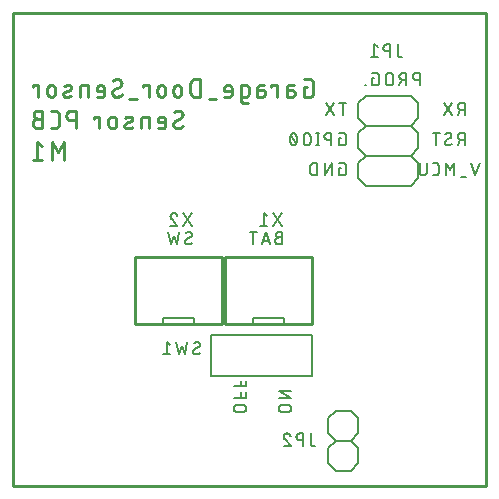
<source format=gbr>
G04 EAGLE Gerber RS-274X export*
G75*
%MOMM*%
%FSLAX34Y34*%
%LPD*%
%INSilkscreen Bottom*%
%IPPOS*%
%AMOC8*
5,1,8,0,0,1.08239X$1,22.5*%
G01*
G04 Define Apertures*
%ADD10C,0.203200*%
%ADD11C,0.279400*%
%ADD12C,0.152400*%
%ADD13C,0.254000*%
%ADD14C,0.200000*%
%ADD15C,0.254000*%
D10*
X227584Y210143D02*
X224621Y210143D01*
X224621Y210142D02*
X224514Y210140D01*
X224407Y210134D01*
X224301Y210125D01*
X224195Y210111D01*
X224089Y210094D01*
X223984Y210073D01*
X223880Y210048D01*
X223777Y210019D01*
X223675Y209987D01*
X223574Y209951D01*
X223475Y209911D01*
X223377Y209868D01*
X223281Y209821D01*
X223186Y209771D01*
X223093Y209718D01*
X223003Y209661D01*
X222914Y209601D01*
X222828Y209538D01*
X222744Y209472D01*
X222662Y209402D01*
X222583Y209330D01*
X222507Y209255D01*
X222433Y209177D01*
X222363Y209097D01*
X222295Y209014D01*
X222230Y208929D01*
X222169Y208842D01*
X222110Y208752D01*
X222055Y208661D01*
X222003Y208567D01*
X221955Y208471D01*
X221910Y208374D01*
X221868Y208276D01*
X221831Y208176D01*
X221796Y208074D01*
X221766Y207972D01*
X221739Y207868D01*
X221716Y207764D01*
X221697Y207658D01*
X221682Y207552D01*
X221670Y207446D01*
X221662Y207339D01*
X221658Y207232D01*
X221658Y207126D01*
X221662Y207019D01*
X221670Y206912D01*
X221682Y206806D01*
X221697Y206700D01*
X221716Y206594D01*
X221739Y206490D01*
X221766Y206386D01*
X221796Y206284D01*
X221831Y206182D01*
X221868Y206082D01*
X221910Y205984D01*
X221955Y205887D01*
X222003Y205791D01*
X222055Y205698D01*
X222110Y205606D01*
X222169Y205516D01*
X222230Y205429D01*
X222295Y205344D01*
X222363Y205261D01*
X222433Y205181D01*
X222507Y205103D01*
X222583Y205028D01*
X222662Y204956D01*
X222744Y204886D01*
X222828Y204820D01*
X222914Y204757D01*
X223003Y204697D01*
X223093Y204640D01*
X223186Y204587D01*
X223281Y204537D01*
X223377Y204490D01*
X223475Y204447D01*
X223574Y204407D01*
X223675Y204371D01*
X223777Y204339D01*
X223880Y204310D01*
X223984Y204285D01*
X224089Y204264D01*
X224195Y204247D01*
X224301Y204233D01*
X224407Y204224D01*
X224514Y204218D01*
X224621Y204216D01*
X227584Y204216D01*
X227584Y214884D01*
X224621Y214884D01*
X224524Y214882D01*
X224428Y214876D01*
X224332Y214866D01*
X224236Y214852D01*
X224141Y214835D01*
X224046Y214813D01*
X223953Y214788D01*
X223861Y214759D01*
X223770Y214726D01*
X223680Y214689D01*
X223592Y214649D01*
X223506Y214605D01*
X223422Y214558D01*
X223339Y214508D01*
X223259Y214454D01*
X223181Y214396D01*
X223105Y214336D01*
X223032Y214273D01*
X222962Y214207D01*
X222894Y214137D01*
X222829Y214066D01*
X222767Y213991D01*
X222709Y213914D01*
X222653Y213835D01*
X222601Y213754D01*
X222552Y213670D01*
X222506Y213585D01*
X222464Y213498D01*
X222426Y213409D01*
X222391Y213319D01*
X222360Y213227D01*
X222333Y213134D01*
X222309Y213041D01*
X222290Y212946D01*
X222274Y212850D01*
X222262Y212754D01*
X222254Y212658D01*
X222250Y212561D01*
X222250Y212465D01*
X222254Y212368D01*
X222262Y212272D01*
X222274Y212176D01*
X222290Y212080D01*
X222309Y211985D01*
X222333Y211892D01*
X222360Y211799D01*
X222391Y211707D01*
X222426Y211617D01*
X222464Y211528D01*
X222506Y211441D01*
X222552Y211356D01*
X222601Y211272D01*
X222653Y211191D01*
X222709Y211112D01*
X222767Y211035D01*
X222829Y210960D01*
X222894Y210889D01*
X222962Y210819D01*
X223032Y210753D01*
X223105Y210690D01*
X223181Y210630D01*
X223259Y210572D01*
X223339Y210518D01*
X223422Y210468D01*
X223506Y210421D01*
X223592Y210377D01*
X223680Y210337D01*
X223770Y210300D01*
X223861Y210267D01*
X223953Y210238D01*
X224046Y210213D01*
X224141Y210191D01*
X224236Y210174D01*
X224332Y210160D01*
X224428Y210150D01*
X224524Y210144D01*
X224621Y210142D01*
X217382Y204216D02*
X213826Y214884D01*
X210270Y204216D01*
X211159Y206883D02*
X216493Y206883D01*
X203158Y204216D02*
X203158Y214884D01*
X206121Y214884D02*
X200194Y214884D01*
X147828Y204216D02*
X147733Y204218D01*
X147637Y204224D01*
X147542Y204233D01*
X147448Y204247D01*
X147354Y204264D01*
X147261Y204285D01*
X147168Y204310D01*
X147077Y204338D01*
X146987Y204370D01*
X146899Y204406D01*
X146812Y204445D01*
X146726Y204488D01*
X146643Y204534D01*
X146561Y204583D01*
X146481Y204636D01*
X146404Y204692D01*
X146328Y204750D01*
X146256Y204812D01*
X146186Y204877D01*
X146118Y204945D01*
X146053Y205015D01*
X145991Y205087D01*
X145933Y205163D01*
X145877Y205240D01*
X145824Y205320D01*
X145775Y205402D01*
X145729Y205485D01*
X145686Y205571D01*
X145647Y205658D01*
X145611Y205746D01*
X145579Y205836D01*
X145551Y205927D01*
X145526Y206020D01*
X145505Y206113D01*
X145488Y206207D01*
X145474Y206301D01*
X145465Y206396D01*
X145459Y206492D01*
X145457Y206587D01*
X147828Y204216D02*
X147964Y204218D01*
X148101Y204223D01*
X148237Y204233D01*
X148372Y204246D01*
X148508Y204262D01*
X148642Y204283D01*
X148777Y204307D01*
X148910Y204334D01*
X149043Y204366D01*
X149175Y204400D01*
X149306Y204439D01*
X149435Y204481D01*
X149564Y204526D01*
X149691Y204575D01*
X149817Y204628D01*
X149941Y204684D01*
X150064Y204743D01*
X150185Y204805D01*
X150305Y204871D01*
X150422Y204940D01*
X150538Y205013D01*
X150652Y205088D01*
X150763Y205166D01*
X150872Y205248D01*
X150980Y205332D01*
X151084Y205419D01*
X151187Y205509D01*
X151287Y205602D01*
X151384Y205698D01*
X151088Y212513D02*
X151086Y212608D01*
X151080Y212704D01*
X151071Y212799D01*
X151057Y212893D01*
X151040Y212987D01*
X151019Y213080D01*
X150994Y213173D01*
X150966Y213264D01*
X150934Y213354D01*
X150898Y213442D01*
X150859Y213529D01*
X150816Y213615D01*
X150770Y213699D01*
X150721Y213780D01*
X150668Y213860D01*
X150612Y213937D01*
X150554Y214013D01*
X150492Y214085D01*
X150427Y214155D01*
X150359Y214223D01*
X150289Y214288D01*
X150217Y214350D01*
X150141Y214408D01*
X150064Y214464D01*
X149984Y214517D01*
X149903Y214566D01*
X149819Y214612D01*
X149733Y214655D01*
X149646Y214694D01*
X149558Y214730D01*
X149468Y214762D01*
X149377Y214790D01*
X149284Y214815D01*
X149191Y214836D01*
X149097Y214853D01*
X149003Y214867D01*
X148908Y214876D01*
X148812Y214882D01*
X148717Y214884D01*
X148587Y214882D01*
X148457Y214876D01*
X148327Y214867D01*
X148198Y214854D01*
X148069Y214837D01*
X147941Y214816D01*
X147813Y214791D01*
X147686Y214763D01*
X147560Y214731D01*
X147435Y214695D01*
X147311Y214656D01*
X147189Y214613D01*
X147067Y214567D01*
X146947Y214516D01*
X146829Y214463D01*
X146712Y214406D01*
X146597Y214346D01*
X146483Y214282D01*
X146372Y214215D01*
X146262Y214145D01*
X146155Y214071D01*
X146050Y213995D01*
X149903Y210438D02*
X149984Y210489D01*
X150064Y210543D01*
X150142Y210599D01*
X150217Y210659D01*
X150290Y210722D01*
X150360Y210788D01*
X150427Y210856D01*
X150492Y210927D01*
X150554Y211001D01*
X150613Y211077D01*
X150669Y211155D01*
X150721Y211236D01*
X150771Y211318D01*
X150817Y211403D01*
X150859Y211489D01*
X150899Y211577D01*
X150934Y211666D01*
X150966Y211757D01*
X150995Y211849D01*
X151019Y211942D01*
X151040Y212035D01*
X151057Y212130D01*
X151071Y212225D01*
X151080Y212321D01*
X151086Y212417D01*
X151088Y212513D01*
X146643Y208662D02*
X146561Y208611D01*
X146481Y208557D01*
X146403Y208501D01*
X146328Y208441D01*
X146255Y208378D01*
X146185Y208312D01*
X146118Y208244D01*
X146053Y208173D01*
X145991Y208099D01*
X145932Y208023D01*
X145876Y207945D01*
X145824Y207864D01*
X145774Y207782D01*
X145728Y207697D01*
X145686Y207611D01*
X145646Y207523D01*
X145611Y207434D01*
X145579Y207343D01*
X145550Y207251D01*
X145526Y207158D01*
X145505Y207065D01*
X145488Y206970D01*
X145474Y206875D01*
X145465Y206779D01*
X145459Y206683D01*
X145457Y206587D01*
X146643Y208661D02*
X149902Y210439D01*
X140589Y214884D02*
X138218Y204216D01*
X135848Y211328D01*
X133477Y204216D01*
X131106Y214884D01*
X382084Y313516D02*
X382084Y324184D01*
X379121Y324184D01*
X379014Y324182D01*
X378907Y324176D01*
X378801Y324167D01*
X378695Y324153D01*
X378589Y324136D01*
X378484Y324115D01*
X378380Y324090D01*
X378277Y324061D01*
X378175Y324029D01*
X378074Y323993D01*
X377975Y323953D01*
X377877Y323910D01*
X377781Y323863D01*
X377686Y323813D01*
X377593Y323760D01*
X377503Y323703D01*
X377414Y323643D01*
X377328Y323580D01*
X377244Y323514D01*
X377162Y323444D01*
X377083Y323372D01*
X377007Y323297D01*
X376933Y323219D01*
X376863Y323139D01*
X376795Y323056D01*
X376730Y322971D01*
X376669Y322884D01*
X376610Y322794D01*
X376555Y322703D01*
X376503Y322609D01*
X376455Y322513D01*
X376410Y322416D01*
X376368Y322318D01*
X376331Y322218D01*
X376296Y322116D01*
X376266Y322014D01*
X376239Y321910D01*
X376216Y321806D01*
X376197Y321700D01*
X376182Y321594D01*
X376170Y321488D01*
X376162Y321381D01*
X376158Y321274D01*
X376158Y321168D01*
X376162Y321061D01*
X376170Y320954D01*
X376182Y320848D01*
X376197Y320742D01*
X376216Y320636D01*
X376239Y320532D01*
X376266Y320428D01*
X376296Y320326D01*
X376331Y320224D01*
X376368Y320124D01*
X376410Y320026D01*
X376455Y319929D01*
X376503Y319833D01*
X376555Y319740D01*
X376610Y319648D01*
X376669Y319558D01*
X376730Y319471D01*
X376795Y319386D01*
X376863Y319303D01*
X376933Y319223D01*
X377007Y319145D01*
X377083Y319070D01*
X377162Y318998D01*
X377244Y318928D01*
X377328Y318862D01*
X377414Y318799D01*
X377503Y318739D01*
X377593Y318682D01*
X377686Y318629D01*
X377781Y318579D01*
X377877Y318532D01*
X377975Y318489D01*
X378074Y318449D01*
X378175Y318413D01*
X378277Y318381D01*
X378380Y318352D01*
X378484Y318327D01*
X378589Y318306D01*
X378695Y318289D01*
X378801Y318275D01*
X378907Y318266D01*
X379014Y318260D01*
X379121Y318258D01*
X379121Y318257D02*
X382084Y318257D01*
X378528Y318257D02*
X376157Y313516D01*
X371357Y313516D02*
X364245Y324184D01*
X371357Y324184D02*
X364245Y313516D01*
X382084Y298784D02*
X382084Y288116D01*
X382084Y298784D02*
X379121Y298784D01*
X379014Y298782D01*
X378907Y298776D01*
X378801Y298767D01*
X378695Y298753D01*
X378589Y298736D01*
X378484Y298715D01*
X378380Y298690D01*
X378277Y298661D01*
X378175Y298629D01*
X378074Y298593D01*
X377975Y298553D01*
X377877Y298510D01*
X377781Y298463D01*
X377686Y298413D01*
X377593Y298360D01*
X377503Y298303D01*
X377414Y298243D01*
X377328Y298180D01*
X377244Y298114D01*
X377162Y298044D01*
X377083Y297972D01*
X377007Y297897D01*
X376933Y297819D01*
X376863Y297739D01*
X376795Y297656D01*
X376730Y297571D01*
X376669Y297484D01*
X376610Y297394D01*
X376555Y297303D01*
X376503Y297209D01*
X376455Y297113D01*
X376410Y297016D01*
X376368Y296918D01*
X376331Y296818D01*
X376296Y296716D01*
X376266Y296614D01*
X376239Y296510D01*
X376216Y296406D01*
X376197Y296300D01*
X376182Y296194D01*
X376170Y296088D01*
X376162Y295981D01*
X376158Y295874D01*
X376158Y295768D01*
X376162Y295661D01*
X376170Y295554D01*
X376182Y295448D01*
X376197Y295342D01*
X376216Y295236D01*
X376239Y295132D01*
X376266Y295028D01*
X376296Y294926D01*
X376331Y294824D01*
X376368Y294724D01*
X376410Y294626D01*
X376455Y294529D01*
X376503Y294433D01*
X376555Y294340D01*
X376610Y294248D01*
X376669Y294158D01*
X376730Y294071D01*
X376795Y293986D01*
X376863Y293903D01*
X376933Y293823D01*
X377007Y293745D01*
X377083Y293670D01*
X377162Y293598D01*
X377244Y293528D01*
X377328Y293462D01*
X377414Y293399D01*
X377503Y293339D01*
X377593Y293282D01*
X377686Y293229D01*
X377781Y293179D01*
X377877Y293132D01*
X377975Y293089D01*
X378074Y293049D01*
X378175Y293013D01*
X378277Y292981D01*
X378380Y292952D01*
X378484Y292927D01*
X378589Y292906D01*
X378695Y292889D01*
X378801Y292875D01*
X378907Y292866D01*
X379014Y292860D01*
X379121Y292858D01*
X379121Y292857D02*
X382084Y292857D01*
X378528Y292857D02*
X376157Y288116D01*
X367589Y288116D02*
X367494Y288118D01*
X367398Y288124D01*
X367303Y288133D01*
X367209Y288147D01*
X367115Y288164D01*
X367022Y288185D01*
X366929Y288210D01*
X366838Y288238D01*
X366748Y288270D01*
X366660Y288306D01*
X366573Y288345D01*
X366487Y288388D01*
X366404Y288434D01*
X366322Y288483D01*
X366242Y288536D01*
X366165Y288592D01*
X366089Y288650D01*
X366017Y288712D01*
X365947Y288777D01*
X365879Y288845D01*
X365814Y288915D01*
X365752Y288987D01*
X365694Y289063D01*
X365638Y289140D01*
X365585Y289220D01*
X365536Y289302D01*
X365490Y289385D01*
X365447Y289471D01*
X365408Y289558D01*
X365372Y289646D01*
X365340Y289736D01*
X365312Y289827D01*
X365287Y289920D01*
X365266Y290013D01*
X365249Y290107D01*
X365235Y290201D01*
X365226Y290296D01*
X365220Y290392D01*
X365218Y290487D01*
X367589Y288116D02*
X367725Y288118D01*
X367862Y288123D01*
X367998Y288133D01*
X368133Y288146D01*
X368269Y288162D01*
X368403Y288183D01*
X368538Y288207D01*
X368671Y288234D01*
X368804Y288266D01*
X368936Y288300D01*
X369067Y288339D01*
X369196Y288381D01*
X369325Y288426D01*
X369452Y288475D01*
X369578Y288528D01*
X369702Y288584D01*
X369825Y288643D01*
X369946Y288705D01*
X370066Y288771D01*
X370183Y288840D01*
X370299Y288913D01*
X370413Y288988D01*
X370524Y289066D01*
X370633Y289148D01*
X370741Y289232D01*
X370845Y289319D01*
X370948Y289409D01*
X371048Y289502D01*
X371145Y289598D01*
X370849Y296413D02*
X370847Y296508D01*
X370841Y296604D01*
X370832Y296699D01*
X370818Y296793D01*
X370801Y296887D01*
X370780Y296980D01*
X370755Y297073D01*
X370727Y297164D01*
X370695Y297254D01*
X370659Y297342D01*
X370620Y297429D01*
X370577Y297515D01*
X370531Y297599D01*
X370482Y297680D01*
X370429Y297760D01*
X370373Y297837D01*
X370315Y297913D01*
X370253Y297985D01*
X370188Y298055D01*
X370120Y298123D01*
X370050Y298188D01*
X369978Y298250D01*
X369902Y298308D01*
X369825Y298364D01*
X369745Y298417D01*
X369664Y298466D01*
X369580Y298512D01*
X369494Y298555D01*
X369407Y298594D01*
X369319Y298630D01*
X369229Y298662D01*
X369138Y298690D01*
X369045Y298715D01*
X368952Y298736D01*
X368858Y298753D01*
X368764Y298767D01*
X368669Y298776D01*
X368573Y298782D01*
X368478Y298784D01*
X368348Y298782D01*
X368218Y298776D01*
X368088Y298767D01*
X367959Y298754D01*
X367830Y298737D01*
X367702Y298716D01*
X367574Y298691D01*
X367447Y298663D01*
X367321Y298631D01*
X367196Y298595D01*
X367072Y298556D01*
X366950Y298513D01*
X366828Y298467D01*
X366708Y298416D01*
X366590Y298363D01*
X366473Y298306D01*
X366358Y298246D01*
X366244Y298182D01*
X366133Y298115D01*
X366023Y298045D01*
X365916Y297971D01*
X365811Y297895D01*
X369664Y294338D02*
X369745Y294389D01*
X369825Y294443D01*
X369903Y294499D01*
X369978Y294559D01*
X370051Y294622D01*
X370121Y294688D01*
X370188Y294756D01*
X370253Y294827D01*
X370315Y294901D01*
X370374Y294977D01*
X370430Y295055D01*
X370482Y295136D01*
X370532Y295218D01*
X370578Y295303D01*
X370620Y295389D01*
X370660Y295477D01*
X370695Y295566D01*
X370727Y295657D01*
X370756Y295749D01*
X370780Y295842D01*
X370801Y295935D01*
X370818Y296030D01*
X370832Y296125D01*
X370841Y296221D01*
X370847Y296317D01*
X370849Y296413D01*
X366405Y292562D02*
X366323Y292511D01*
X366243Y292457D01*
X366165Y292401D01*
X366090Y292341D01*
X366017Y292278D01*
X365947Y292212D01*
X365880Y292144D01*
X365815Y292073D01*
X365753Y291999D01*
X365694Y291923D01*
X365638Y291845D01*
X365586Y291764D01*
X365536Y291682D01*
X365490Y291597D01*
X365448Y291511D01*
X365408Y291423D01*
X365373Y291334D01*
X365341Y291243D01*
X365312Y291151D01*
X365288Y291058D01*
X365267Y290965D01*
X365250Y290870D01*
X365236Y290775D01*
X365227Y290679D01*
X365221Y290583D01*
X365219Y290487D01*
X366404Y292561D02*
X369664Y294339D01*
X357895Y298784D02*
X357895Y288116D01*
X354932Y298784D02*
X360859Y298784D01*
X394784Y273384D02*
X391228Y262716D01*
X387672Y273384D01*
X383312Y261531D02*
X378570Y261531D01*
X373067Y262716D02*
X373067Y273384D01*
X369511Y267457D01*
X365955Y273384D01*
X365955Y262716D01*
X357580Y262716D02*
X355210Y262716D01*
X357580Y262716D02*
X357675Y262718D01*
X357771Y262724D01*
X357866Y262733D01*
X357960Y262747D01*
X358054Y262764D01*
X358147Y262785D01*
X358240Y262810D01*
X358331Y262838D01*
X358421Y262870D01*
X358509Y262906D01*
X358596Y262945D01*
X358682Y262988D01*
X358766Y263034D01*
X358847Y263083D01*
X358927Y263136D01*
X359004Y263192D01*
X359080Y263250D01*
X359152Y263312D01*
X359222Y263377D01*
X359290Y263445D01*
X359355Y263515D01*
X359417Y263587D01*
X359475Y263663D01*
X359531Y263740D01*
X359584Y263820D01*
X359633Y263902D01*
X359679Y263985D01*
X359722Y264071D01*
X359761Y264158D01*
X359797Y264246D01*
X359829Y264336D01*
X359857Y264427D01*
X359882Y264520D01*
X359903Y264613D01*
X359920Y264707D01*
X359934Y264801D01*
X359943Y264896D01*
X359949Y264992D01*
X359951Y265087D01*
X359951Y271013D01*
X359949Y271108D01*
X359943Y271204D01*
X359934Y271299D01*
X359920Y271393D01*
X359903Y271487D01*
X359882Y271580D01*
X359857Y271673D01*
X359829Y271764D01*
X359797Y271854D01*
X359761Y271942D01*
X359722Y272029D01*
X359679Y272115D01*
X359633Y272198D01*
X359584Y272280D01*
X359531Y272360D01*
X359475Y272437D01*
X359417Y272513D01*
X359355Y272585D01*
X359290Y272655D01*
X359222Y272723D01*
X359152Y272788D01*
X359080Y272850D01*
X359004Y272908D01*
X358927Y272964D01*
X358847Y273017D01*
X358766Y273066D01*
X358682Y273112D01*
X358596Y273155D01*
X358509Y273194D01*
X358421Y273230D01*
X358331Y273262D01*
X358240Y273290D01*
X358147Y273315D01*
X358054Y273336D01*
X357960Y273353D01*
X357866Y273367D01*
X357771Y273376D01*
X357676Y273382D01*
X357580Y273384D01*
X355210Y273384D01*
X349995Y273384D02*
X349995Y265679D01*
X349993Y265572D01*
X349987Y265465D01*
X349978Y265359D01*
X349964Y265253D01*
X349947Y265147D01*
X349926Y265042D01*
X349901Y264938D01*
X349872Y264835D01*
X349840Y264733D01*
X349804Y264632D01*
X349764Y264533D01*
X349721Y264435D01*
X349674Y264339D01*
X349624Y264244D01*
X349571Y264151D01*
X349514Y264061D01*
X349454Y263972D01*
X349391Y263886D01*
X349325Y263802D01*
X349255Y263720D01*
X349183Y263641D01*
X349108Y263565D01*
X349030Y263491D01*
X348950Y263421D01*
X348867Y263353D01*
X348782Y263288D01*
X348695Y263227D01*
X348605Y263168D01*
X348514Y263113D01*
X348420Y263061D01*
X348324Y263013D01*
X348227Y262968D01*
X348129Y262926D01*
X348029Y262889D01*
X347927Y262854D01*
X347825Y262824D01*
X347721Y262797D01*
X347617Y262774D01*
X347511Y262755D01*
X347405Y262740D01*
X347299Y262728D01*
X347192Y262720D01*
X347085Y262716D01*
X346979Y262716D01*
X346872Y262720D01*
X346765Y262728D01*
X346659Y262740D01*
X346553Y262755D01*
X346447Y262774D01*
X346343Y262797D01*
X346239Y262824D01*
X346137Y262854D01*
X346035Y262889D01*
X345935Y262926D01*
X345837Y262968D01*
X345740Y263013D01*
X345644Y263061D01*
X345551Y263113D01*
X345459Y263168D01*
X345369Y263227D01*
X345282Y263288D01*
X345197Y263353D01*
X345114Y263421D01*
X345034Y263491D01*
X344956Y263565D01*
X344881Y263641D01*
X344809Y263720D01*
X344739Y263802D01*
X344673Y263886D01*
X344610Y263972D01*
X344550Y264061D01*
X344493Y264151D01*
X344440Y264244D01*
X344390Y264339D01*
X344343Y264435D01*
X344300Y264533D01*
X344260Y264632D01*
X344224Y264733D01*
X344192Y264835D01*
X344163Y264938D01*
X344138Y265042D01*
X344117Y265147D01*
X344100Y265253D01*
X344086Y265359D01*
X344077Y265465D01*
X344071Y265572D01*
X344069Y265679D01*
X344069Y273384D01*
X278721Y313516D02*
X278721Y324184D01*
X281684Y324184D02*
X275757Y324184D01*
X264497Y324184D02*
X271609Y313516D01*
X264497Y313516D02*
X271609Y324184D01*
X275757Y294043D02*
X277535Y294043D01*
X275757Y294043D02*
X275757Y288116D01*
X279313Y288116D01*
X279408Y288118D01*
X279504Y288124D01*
X279599Y288133D01*
X279693Y288147D01*
X279787Y288164D01*
X279880Y288185D01*
X279973Y288210D01*
X280064Y288238D01*
X280154Y288270D01*
X280242Y288306D01*
X280329Y288345D01*
X280415Y288388D01*
X280499Y288434D01*
X280580Y288483D01*
X280660Y288536D01*
X280737Y288592D01*
X280813Y288650D01*
X280885Y288712D01*
X280955Y288777D01*
X281023Y288845D01*
X281088Y288915D01*
X281150Y288987D01*
X281208Y289063D01*
X281264Y289140D01*
X281317Y289220D01*
X281366Y289302D01*
X281412Y289385D01*
X281455Y289471D01*
X281494Y289558D01*
X281530Y289646D01*
X281562Y289736D01*
X281590Y289827D01*
X281615Y289920D01*
X281636Y290013D01*
X281653Y290107D01*
X281667Y290201D01*
X281676Y290296D01*
X281682Y290392D01*
X281684Y290487D01*
X281684Y296413D01*
X281682Y296508D01*
X281676Y296604D01*
X281667Y296699D01*
X281653Y296793D01*
X281636Y296887D01*
X281615Y296980D01*
X281590Y297073D01*
X281562Y297164D01*
X281530Y297254D01*
X281494Y297342D01*
X281455Y297429D01*
X281412Y297515D01*
X281366Y297598D01*
X281317Y297680D01*
X281264Y297760D01*
X281208Y297837D01*
X281150Y297913D01*
X281088Y297985D01*
X281023Y298055D01*
X280955Y298123D01*
X280885Y298188D01*
X280813Y298250D01*
X280737Y298308D01*
X280660Y298364D01*
X280580Y298417D01*
X280499Y298466D01*
X280415Y298512D01*
X280329Y298555D01*
X280242Y298594D01*
X280154Y298630D01*
X280064Y298662D01*
X279973Y298690D01*
X279880Y298715D01*
X279787Y298736D01*
X279693Y298753D01*
X279599Y298767D01*
X279504Y298776D01*
X279409Y298782D01*
X279313Y298784D01*
X275757Y298784D01*
X269238Y298784D02*
X269238Y288116D01*
X269238Y298784D02*
X266275Y298784D01*
X266168Y298782D01*
X266061Y298776D01*
X265955Y298767D01*
X265849Y298753D01*
X265743Y298736D01*
X265638Y298715D01*
X265534Y298690D01*
X265431Y298661D01*
X265329Y298629D01*
X265228Y298593D01*
X265129Y298553D01*
X265031Y298510D01*
X264935Y298463D01*
X264840Y298413D01*
X264747Y298360D01*
X264657Y298303D01*
X264568Y298243D01*
X264482Y298180D01*
X264398Y298114D01*
X264316Y298044D01*
X264237Y297972D01*
X264161Y297897D01*
X264087Y297819D01*
X264017Y297739D01*
X263949Y297656D01*
X263884Y297571D01*
X263823Y297484D01*
X263764Y297394D01*
X263709Y297303D01*
X263657Y297209D01*
X263609Y297113D01*
X263564Y297016D01*
X263522Y296918D01*
X263485Y296818D01*
X263450Y296716D01*
X263420Y296614D01*
X263393Y296510D01*
X263370Y296406D01*
X263351Y296300D01*
X263336Y296194D01*
X263324Y296088D01*
X263316Y295981D01*
X263312Y295874D01*
X263312Y295768D01*
X263316Y295661D01*
X263324Y295554D01*
X263336Y295448D01*
X263351Y295342D01*
X263370Y295236D01*
X263393Y295132D01*
X263420Y295028D01*
X263450Y294926D01*
X263485Y294824D01*
X263522Y294724D01*
X263564Y294626D01*
X263609Y294529D01*
X263657Y294433D01*
X263709Y294340D01*
X263764Y294248D01*
X263823Y294158D01*
X263884Y294071D01*
X263949Y293986D01*
X264017Y293903D01*
X264087Y293823D01*
X264161Y293745D01*
X264237Y293670D01*
X264316Y293598D01*
X264398Y293528D01*
X264482Y293462D01*
X264568Y293399D01*
X264657Y293339D01*
X264747Y293282D01*
X264840Y293229D01*
X264935Y293179D01*
X265031Y293132D01*
X265129Y293089D01*
X265228Y293049D01*
X265329Y293013D01*
X265431Y292981D01*
X265534Y292952D01*
X265638Y292927D01*
X265743Y292906D01*
X265849Y292889D01*
X265955Y292875D01*
X266061Y292866D01*
X266168Y292860D01*
X266275Y292858D01*
X266275Y292857D02*
X269238Y292857D01*
X257766Y288116D02*
X257766Y298784D01*
X258951Y288116D02*
X256580Y288116D01*
X256580Y298784D02*
X258951Y298784D01*
X251585Y295821D02*
X251585Y291079D01*
X251585Y295821D02*
X251583Y295928D01*
X251577Y296035D01*
X251568Y296141D01*
X251554Y296247D01*
X251537Y296353D01*
X251516Y296458D01*
X251491Y296562D01*
X251462Y296665D01*
X251430Y296767D01*
X251394Y296868D01*
X251354Y296967D01*
X251311Y297065D01*
X251264Y297161D01*
X251214Y297256D01*
X251161Y297349D01*
X251104Y297439D01*
X251044Y297528D01*
X250981Y297614D01*
X250915Y297698D01*
X250845Y297780D01*
X250773Y297859D01*
X250698Y297935D01*
X250620Y298009D01*
X250540Y298079D01*
X250457Y298147D01*
X250372Y298212D01*
X250285Y298273D01*
X250195Y298332D01*
X250104Y298387D01*
X250010Y298439D01*
X249914Y298487D01*
X249817Y298532D01*
X249719Y298574D01*
X249619Y298611D01*
X249517Y298646D01*
X249415Y298676D01*
X249311Y298703D01*
X249207Y298726D01*
X249101Y298745D01*
X248995Y298760D01*
X248889Y298772D01*
X248782Y298780D01*
X248675Y298784D01*
X248569Y298784D01*
X248462Y298780D01*
X248355Y298772D01*
X248249Y298760D01*
X248143Y298745D01*
X248037Y298726D01*
X247933Y298703D01*
X247829Y298676D01*
X247727Y298646D01*
X247625Y298611D01*
X247525Y298574D01*
X247427Y298532D01*
X247330Y298487D01*
X247234Y298439D01*
X247141Y298387D01*
X247049Y298332D01*
X246959Y298273D01*
X246872Y298212D01*
X246787Y298147D01*
X246704Y298079D01*
X246624Y298009D01*
X246546Y297935D01*
X246471Y297859D01*
X246399Y297780D01*
X246329Y297698D01*
X246263Y297614D01*
X246200Y297528D01*
X246140Y297439D01*
X246083Y297349D01*
X246030Y297256D01*
X245980Y297161D01*
X245933Y297065D01*
X245890Y296967D01*
X245850Y296868D01*
X245814Y296767D01*
X245782Y296665D01*
X245753Y296562D01*
X245728Y296458D01*
X245707Y296353D01*
X245690Y296247D01*
X245676Y296141D01*
X245667Y296035D01*
X245661Y295928D01*
X245659Y295821D01*
X245658Y295821D02*
X245658Y291079D01*
X245659Y291079D02*
X245661Y290972D01*
X245667Y290865D01*
X245676Y290759D01*
X245690Y290653D01*
X245707Y290547D01*
X245728Y290442D01*
X245753Y290338D01*
X245782Y290235D01*
X245814Y290133D01*
X245850Y290032D01*
X245890Y289933D01*
X245933Y289835D01*
X245980Y289739D01*
X246030Y289644D01*
X246083Y289551D01*
X246140Y289461D01*
X246200Y289372D01*
X246263Y289286D01*
X246329Y289202D01*
X246399Y289120D01*
X246471Y289041D01*
X246546Y288965D01*
X246624Y288891D01*
X246704Y288821D01*
X246787Y288753D01*
X246872Y288688D01*
X246959Y288627D01*
X247049Y288568D01*
X247141Y288513D01*
X247234Y288461D01*
X247330Y288413D01*
X247427Y288368D01*
X247525Y288326D01*
X247625Y288289D01*
X247727Y288254D01*
X247829Y288224D01*
X247933Y288197D01*
X248037Y288174D01*
X248143Y288155D01*
X248249Y288140D01*
X248355Y288128D01*
X248462Y288120D01*
X248569Y288116D01*
X248675Y288116D01*
X248782Y288120D01*
X248889Y288128D01*
X248995Y288140D01*
X249101Y288155D01*
X249207Y288174D01*
X249311Y288197D01*
X249415Y288224D01*
X249517Y288254D01*
X249619Y288289D01*
X249719Y288326D01*
X249817Y288368D01*
X249914Y288413D01*
X250010Y288461D01*
X250103Y288513D01*
X250195Y288568D01*
X250285Y288627D01*
X250372Y288688D01*
X250457Y288753D01*
X250540Y288821D01*
X250620Y288891D01*
X250698Y288965D01*
X250773Y289041D01*
X250845Y289120D01*
X250915Y289202D01*
X250981Y289286D01*
X251044Y289372D01*
X251104Y289461D01*
X251161Y289551D01*
X251214Y289644D01*
X251264Y289739D01*
X251311Y289835D01*
X251354Y289933D01*
X251394Y290032D01*
X251430Y290133D01*
X251462Y290235D01*
X251491Y290338D01*
X251516Y290442D01*
X251537Y290547D01*
X251554Y290653D01*
X251568Y290759D01*
X251577Y290865D01*
X251583Y290972D01*
X251585Y291079D01*
X240155Y293450D02*
X240152Y293660D01*
X240145Y293870D01*
X240132Y294079D01*
X240115Y294288D01*
X240092Y294497D01*
X240065Y294705D01*
X240033Y294912D01*
X239995Y295119D01*
X239953Y295324D01*
X239906Y295529D01*
X239854Y295732D01*
X239797Y295934D01*
X239735Y296135D01*
X239669Y296334D01*
X239597Y296531D01*
X239521Y296727D01*
X239441Y296921D01*
X239356Y297113D01*
X239266Y297302D01*
X239235Y297387D01*
X239201Y297471D01*
X239163Y297553D01*
X239121Y297634D01*
X239076Y297713D01*
X239028Y297790D01*
X238977Y297865D01*
X238923Y297937D01*
X238866Y298008D01*
X238806Y298076D01*
X238743Y298141D01*
X238678Y298204D01*
X238610Y298264D01*
X238539Y298321D01*
X238467Y298375D01*
X238392Y298427D01*
X238315Y298475D01*
X238236Y298520D01*
X238155Y298561D01*
X238073Y298599D01*
X237989Y298634D01*
X237904Y298665D01*
X237818Y298693D01*
X237731Y298717D01*
X237642Y298737D01*
X237553Y298754D01*
X237463Y298767D01*
X237373Y298777D01*
X237283Y298782D01*
X237192Y298784D01*
X237101Y298782D01*
X237011Y298777D01*
X236921Y298767D01*
X236831Y298754D01*
X236742Y298737D01*
X236653Y298717D01*
X236566Y298693D01*
X236480Y298665D01*
X236395Y298634D01*
X236311Y298599D01*
X236229Y298561D01*
X236148Y298520D01*
X236069Y298475D01*
X235992Y298427D01*
X235917Y298376D01*
X235845Y298321D01*
X235774Y298264D01*
X235706Y298204D01*
X235641Y298141D01*
X235578Y298076D01*
X235518Y298008D01*
X235461Y297937D01*
X235407Y297865D01*
X235356Y297790D01*
X235308Y297713D01*
X235263Y297634D01*
X235221Y297553D01*
X235183Y297471D01*
X235149Y297387D01*
X235118Y297302D01*
X235028Y297113D01*
X234943Y296921D01*
X234863Y296727D01*
X234787Y296531D01*
X234715Y296334D01*
X234649Y296135D01*
X234587Y295934D01*
X234530Y295732D01*
X234478Y295529D01*
X234431Y295324D01*
X234389Y295119D01*
X234351Y294912D01*
X234319Y294705D01*
X234292Y294497D01*
X234269Y294288D01*
X234252Y294079D01*
X234239Y293870D01*
X234232Y293660D01*
X234229Y293450D01*
X240155Y293450D02*
X240152Y293240D01*
X240145Y293030D01*
X240132Y292821D01*
X240115Y292612D01*
X240092Y292403D01*
X240065Y292195D01*
X240033Y291988D01*
X239995Y291781D01*
X239953Y291576D01*
X239906Y291371D01*
X239854Y291168D01*
X239797Y290966D01*
X239735Y290765D01*
X239669Y290566D01*
X239597Y290369D01*
X239521Y290173D01*
X239441Y289979D01*
X239356Y289788D01*
X239266Y289598D01*
X239235Y289513D01*
X239201Y289429D01*
X239163Y289347D01*
X239121Y289266D01*
X239076Y289187D01*
X239028Y289110D01*
X238977Y289035D01*
X238923Y288963D01*
X238866Y288892D01*
X238806Y288824D01*
X238743Y288759D01*
X238678Y288696D01*
X238610Y288636D01*
X238539Y288579D01*
X238467Y288524D01*
X238392Y288473D01*
X238315Y288425D01*
X238236Y288380D01*
X238155Y288339D01*
X238073Y288301D01*
X237989Y288266D01*
X237904Y288235D01*
X237818Y288207D01*
X237731Y288183D01*
X237642Y288163D01*
X237553Y288146D01*
X237463Y288133D01*
X237373Y288123D01*
X237283Y288118D01*
X237192Y288116D01*
X235118Y289598D02*
X235028Y289788D01*
X234943Y289979D01*
X234863Y290173D01*
X234787Y290369D01*
X234715Y290566D01*
X234649Y290765D01*
X234587Y290966D01*
X234530Y291168D01*
X234478Y291371D01*
X234431Y291576D01*
X234389Y291781D01*
X234351Y291988D01*
X234319Y292195D01*
X234292Y292403D01*
X234269Y292612D01*
X234252Y292821D01*
X234239Y293030D01*
X234232Y293240D01*
X234229Y293450D01*
X235118Y289598D02*
X235149Y289513D01*
X235183Y289429D01*
X235222Y289347D01*
X235263Y289266D01*
X235308Y289187D01*
X235356Y289110D01*
X235407Y289035D01*
X235461Y288963D01*
X235518Y288892D01*
X235578Y288824D01*
X235641Y288759D01*
X235706Y288696D01*
X235774Y288636D01*
X235845Y288579D01*
X235917Y288524D01*
X235992Y288473D01*
X236069Y288425D01*
X236148Y288380D01*
X236229Y288339D01*
X236311Y288301D01*
X236395Y288266D01*
X236480Y288235D01*
X236566Y288207D01*
X236653Y288183D01*
X236742Y288163D01*
X236831Y288146D01*
X236921Y288133D01*
X237011Y288123D01*
X237101Y288118D01*
X237192Y288116D01*
X239562Y290487D02*
X234821Y296413D01*
X275757Y268643D02*
X277535Y268643D01*
X275757Y268643D02*
X275757Y262716D01*
X279313Y262716D01*
X279408Y262718D01*
X279504Y262724D01*
X279599Y262733D01*
X279693Y262747D01*
X279787Y262764D01*
X279880Y262785D01*
X279973Y262810D01*
X280064Y262838D01*
X280154Y262870D01*
X280242Y262906D01*
X280329Y262945D01*
X280415Y262988D01*
X280499Y263034D01*
X280580Y263083D01*
X280660Y263136D01*
X280737Y263192D01*
X280813Y263250D01*
X280885Y263312D01*
X280955Y263377D01*
X281023Y263445D01*
X281088Y263515D01*
X281150Y263587D01*
X281208Y263663D01*
X281264Y263740D01*
X281317Y263820D01*
X281366Y263902D01*
X281412Y263985D01*
X281455Y264071D01*
X281494Y264158D01*
X281530Y264246D01*
X281562Y264336D01*
X281590Y264427D01*
X281615Y264520D01*
X281636Y264613D01*
X281653Y264707D01*
X281667Y264801D01*
X281676Y264896D01*
X281682Y264992D01*
X281684Y265087D01*
X281684Y271013D01*
X281682Y271108D01*
X281676Y271204D01*
X281667Y271299D01*
X281653Y271393D01*
X281636Y271487D01*
X281615Y271580D01*
X281590Y271673D01*
X281562Y271764D01*
X281530Y271854D01*
X281494Y271942D01*
X281455Y272029D01*
X281412Y272115D01*
X281366Y272198D01*
X281317Y272280D01*
X281264Y272360D01*
X281208Y272437D01*
X281150Y272513D01*
X281088Y272585D01*
X281023Y272655D01*
X280955Y272723D01*
X280885Y272788D01*
X280813Y272850D01*
X280737Y272908D01*
X280660Y272964D01*
X280580Y273017D01*
X280499Y273066D01*
X280415Y273112D01*
X280329Y273155D01*
X280242Y273194D01*
X280154Y273230D01*
X280064Y273262D01*
X279973Y273290D01*
X279880Y273315D01*
X279787Y273336D01*
X279693Y273353D01*
X279599Y273367D01*
X279504Y273376D01*
X279409Y273382D01*
X279313Y273384D01*
X275757Y273384D01*
X269492Y273384D02*
X269492Y262716D01*
X263565Y262716D02*
X269492Y273384D01*
X263565Y273384D02*
X263565Y262716D01*
X257300Y262716D02*
X257300Y273384D01*
X254337Y273384D01*
X254229Y273382D01*
X254121Y273376D01*
X254013Y273366D01*
X253906Y273352D01*
X253799Y273335D01*
X253693Y273313D01*
X253588Y273288D01*
X253483Y273258D01*
X253380Y273225D01*
X253279Y273188D01*
X253178Y273148D01*
X253079Y273104D01*
X252982Y273056D01*
X252887Y273005D01*
X252793Y272950D01*
X252702Y272892D01*
X252613Y272831D01*
X252526Y272766D01*
X252442Y272699D01*
X252360Y272628D01*
X252280Y272554D01*
X252204Y272478D01*
X252130Y272398D01*
X252060Y272316D01*
X251992Y272232D01*
X251927Y272145D01*
X251866Y272056D01*
X251808Y271965D01*
X251753Y271871D01*
X251702Y271776D01*
X251654Y271679D01*
X251610Y271580D01*
X251570Y271479D01*
X251533Y271378D01*
X251500Y271275D01*
X251470Y271170D01*
X251445Y271065D01*
X251423Y270959D01*
X251406Y270852D01*
X251392Y270745D01*
X251382Y270637D01*
X251376Y270529D01*
X251374Y270421D01*
X251373Y270421D02*
X251373Y265679D01*
X251374Y265679D02*
X251376Y265573D01*
X251382Y265468D01*
X251391Y265362D01*
X251404Y265257D01*
X251421Y265153D01*
X251442Y265049D01*
X251466Y264946D01*
X251494Y264844D01*
X251526Y264743D01*
X251561Y264644D01*
X251600Y264545D01*
X251642Y264448D01*
X251687Y264353D01*
X251736Y264259D01*
X251789Y264167D01*
X251844Y264077D01*
X251903Y263989D01*
X251965Y263903D01*
X252030Y263820D01*
X252098Y263739D01*
X252168Y263660D01*
X252242Y263584D01*
X252318Y263510D01*
X252397Y263440D01*
X252478Y263372D01*
X252561Y263307D01*
X252647Y263245D01*
X252735Y263186D01*
X252825Y263131D01*
X252917Y263078D01*
X253011Y263029D01*
X253106Y262984D01*
X253203Y262942D01*
X253302Y262903D01*
X253401Y262868D01*
X253502Y262836D01*
X253604Y262808D01*
X253707Y262784D01*
X253811Y262763D01*
X253915Y262746D01*
X254020Y262733D01*
X254126Y262724D01*
X254231Y262718D01*
X254337Y262716D01*
X257300Y262716D01*
X343984Y338916D02*
X343984Y349584D01*
X341021Y349584D01*
X340914Y349582D01*
X340807Y349576D01*
X340701Y349567D01*
X340595Y349553D01*
X340489Y349536D01*
X340384Y349515D01*
X340280Y349490D01*
X340177Y349461D01*
X340075Y349429D01*
X339974Y349393D01*
X339875Y349353D01*
X339777Y349310D01*
X339681Y349263D01*
X339586Y349213D01*
X339493Y349160D01*
X339403Y349103D01*
X339314Y349043D01*
X339228Y348980D01*
X339144Y348914D01*
X339062Y348844D01*
X338983Y348772D01*
X338907Y348697D01*
X338833Y348619D01*
X338763Y348539D01*
X338695Y348456D01*
X338630Y348371D01*
X338569Y348284D01*
X338510Y348194D01*
X338455Y348103D01*
X338403Y348009D01*
X338355Y347913D01*
X338310Y347816D01*
X338268Y347718D01*
X338231Y347618D01*
X338196Y347516D01*
X338166Y347414D01*
X338139Y347310D01*
X338116Y347206D01*
X338097Y347100D01*
X338082Y346994D01*
X338070Y346888D01*
X338062Y346781D01*
X338058Y346674D01*
X338058Y346568D01*
X338062Y346461D01*
X338070Y346354D01*
X338082Y346248D01*
X338097Y346142D01*
X338116Y346036D01*
X338139Y345932D01*
X338166Y345828D01*
X338196Y345726D01*
X338231Y345624D01*
X338268Y345524D01*
X338310Y345426D01*
X338355Y345329D01*
X338403Y345233D01*
X338455Y345140D01*
X338510Y345048D01*
X338569Y344958D01*
X338630Y344871D01*
X338695Y344786D01*
X338763Y344703D01*
X338833Y344623D01*
X338907Y344545D01*
X338983Y344470D01*
X339062Y344398D01*
X339144Y344328D01*
X339228Y344262D01*
X339314Y344199D01*
X339403Y344139D01*
X339493Y344082D01*
X339586Y344029D01*
X339681Y343979D01*
X339777Y343932D01*
X339875Y343889D01*
X339974Y343849D01*
X340075Y343813D01*
X340177Y343781D01*
X340280Y343752D01*
X340384Y343727D01*
X340489Y343706D01*
X340595Y343689D01*
X340701Y343675D01*
X340807Y343666D01*
X340914Y343660D01*
X341021Y343658D01*
X341021Y343657D02*
X343984Y343657D01*
X332698Y338916D02*
X332698Y349584D01*
X329734Y349584D01*
X329627Y349582D01*
X329520Y349576D01*
X329414Y349567D01*
X329308Y349553D01*
X329202Y349536D01*
X329097Y349515D01*
X328993Y349490D01*
X328890Y349461D01*
X328788Y349429D01*
X328687Y349393D01*
X328588Y349353D01*
X328490Y349310D01*
X328394Y349263D01*
X328299Y349213D01*
X328206Y349160D01*
X328116Y349103D01*
X328027Y349043D01*
X327941Y348980D01*
X327857Y348914D01*
X327775Y348844D01*
X327696Y348772D01*
X327620Y348697D01*
X327546Y348619D01*
X327476Y348539D01*
X327408Y348456D01*
X327343Y348371D01*
X327282Y348284D01*
X327223Y348194D01*
X327168Y348103D01*
X327116Y348009D01*
X327068Y347913D01*
X327023Y347816D01*
X326981Y347718D01*
X326944Y347618D01*
X326909Y347516D01*
X326879Y347414D01*
X326852Y347310D01*
X326829Y347206D01*
X326810Y347100D01*
X326795Y346994D01*
X326783Y346888D01*
X326775Y346781D01*
X326771Y346674D01*
X326771Y346568D01*
X326775Y346461D01*
X326783Y346354D01*
X326795Y346248D01*
X326810Y346142D01*
X326829Y346036D01*
X326852Y345932D01*
X326879Y345828D01*
X326909Y345726D01*
X326944Y345624D01*
X326981Y345524D01*
X327023Y345426D01*
X327068Y345329D01*
X327116Y345233D01*
X327168Y345140D01*
X327223Y345048D01*
X327282Y344958D01*
X327343Y344871D01*
X327408Y344786D01*
X327476Y344703D01*
X327546Y344623D01*
X327620Y344545D01*
X327696Y344470D01*
X327775Y344398D01*
X327857Y344328D01*
X327941Y344262D01*
X328027Y344199D01*
X328116Y344139D01*
X328206Y344082D01*
X328299Y344029D01*
X328394Y343979D01*
X328490Y343932D01*
X328588Y343889D01*
X328687Y343849D01*
X328788Y343813D01*
X328890Y343781D01*
X328993Y343752D01*
X329097Y343727D01*
X329202Y343706D01*
X329308Y343689D01*
X329414Y343675D01*
X329520Y343666D01*
X329627Y343660D01*
X329734Y343658D01*
X329734Y343657D02*
X332698Y343657D01*
X329142Y343657D02*
X326771Y338916D01*
X321378Y341879D02*
X321378Y346621D01*
X321376Y346728D01*
X321370Y346835D01*
X321361Y346941D01*
X321347Y347047D01*
X321330Y347153D01*
X321309Y347258D01*
X321284Y347362D01*
X321255Y347465D01*
X321223Y347567D01*
X321187Y347668D01*
X321147Y347767D01*
X321104Y347865D01*
X321057Y347961D01*
X321007Y348056D01*
X320954Y348149D01*
X320897Y348239D01*
X320837Y348328D01*
X320774Y348414D01*
X320708Y348498D01*
X320638Y348580D01*
X320566Y348659D01*
X320491Y348735D01*
X320413Y348809D01*
X320333Y348879D01*
X320250Y348947D01*
X320165Y349012D01*
X320078Y349073D01*
X319988Y349132D01*
X319897Y349187D01*
X319803Y349239D01*
X319707Y349287D01*
X319610Y349332D01*
X319512Y349374D01*
X319412Y349411D01*
X319310Y349446D01*
X319208Y349476D01*
X319104Y349503D01*
X319000Y349526D01*
X318894Y349545D01*
X318788Y349560D01*
X318682Y349572D01*
X318575Y349580D01*
X318468Y349584D01*
X318362Y349584D01*
X318255Y349580D01*
X318148Y349572D01*
X318042Y349560D01*
X317936Y349545D01*
X317830Y349526D01*
X317726Y349503D01*
X317622Y349476D01*
X317520Y349446D01*
X317418Y349411D01*
X317318Y349374D01*
X317220Y349332D01*
X317123Y349287D01*
X317027Y349239D01*
X316934Y349187D01*
X316842Y349132D01*
X316752Y349073D01*
X316665Y349012D01*
X316580Y348947D01*
X316497Y348879D01*
X316417Y348809D01*
X316339Y348735D01*
X316264Y348659D01*
X316192Y348580D01*
X316122Y348498D01*
X316056Y348414D01*
X315993Y348328D01*
X315933Y348239D01*
X315876Y348149D01*
X315823Y348056D01*
X315773Y347961D01*
X315726Y347865D01*
X315683Y347767D01*
X315643Y347668D01*
X315607Y347567D01*
X315575Y347465D01*
X315546Y347362D01*
X315521Y347258D01*
X315500Y347153D01*
X315483Y347047D01*
X315469Y346941D01*
X315460Y346835D01*
X315454Y346728D01*
X315452Y346621D01*
X315451Y346621D02*
X315451Y341879D01*
X315452Y341879D02*
X315454Y341772D01*
X315460Y341665D01*
X315469Y341559D01*
X315483Y341453D01*
X315500Y341347D01*
X315521Y341242D01*
X315546Y341138D01*
X315575Y341035D01*
X315607Y340933D01*
X315643Y340832D01*
X315683Y340733D01*
X315726Y340635D01*
X315773Y340539D01*
X315823Y340444D01*
X315876Y340351D01*
X315933Y340261D01*
X315993Y340172D01*
X316056Y340086D01*
X316122Y340002D01*
X316192Y339920D01*
X316264Y339841D01*
X316339Y339765D01*
X316417Y339691D01*
X316497Y339621D01*
X316580Y339553D01*
X316665Y339488D01*
X316752Y339427D01*
X316842Y339368D01*
X316934Y339313D01*
X317027Y339261D01*
X317123Y339213D01*
X317220Y339168D01*
X317318Y339126D01*
X317418Y339089D01*
X317520Y339054D01*
X317622Y339024D01*
X317726Y338997D01*
X317830Y338974D01*
X317936Y338955D01*
X318042Y338940D01*
X318148Y338928D01*
X318255Y338920D01*
X318362Y338916D01*
X318468Y338916D01*
X318575Y338920D01*
X318682Y338928D01*
X318788Y338940D01*
X318894Y338955D01*
X319000Y338974D01*
X319104Y338997D01*
X319208Y339024D01*
X319310Y339054D01*
X319412Y339089D01*
X319512Y339126D01*
X319610Y339168D01*
X319707Y339213D01*
X319803Y339261D01*
X319897Y339313D01*
X319988Y339368D01*
X320078Y339427D01*
X320165Y339488D01*
X320250Y339553D01*
X320333Y339621D01*
X320413Y339691D01*
X320491Y339765D01*
X320566Y339841D01*
X320638Y339920D01*
X320708Y340002D01*
X320774Y340086D01*
X320837Y340172D01*
X320897Y340261D01*
X320954Y340351D01*
X321007Y340444D01*
X321057Y340539D01*
X321104Y340635D01*
X321147Y340733D01*
X321187Y340832D01*
X321223Y340933D01*
X321255Y341035D01*
X321284Y341138D01*
X321309Y341242D01*
X321330Y341347D01*
X321347Y341453D01*
X321361Y341559D01*
X321370Y341665D01*
X321376Y341772D01*
X321378Y341879D01*
X305418Y344843D02*
X303640Y344843D01*
X303640Y338916D01*
X307196Y338916D01*
X307291Y338918D01*
X307387Y338924D01*
X307482Y338933D01*
X307576Y338947D01*
X307670Y338964D01*
X307763Y338985D01*
X307856Y339010D01*
X307947Y339038D01*
X308037Y339070D01*
X308125Y339106D01*
X308212Y339145D01*
X308298Y339188D01*
X308382Y339234D01*
X308463Y339283D01*
X308543Y339336D01*
X308620Y339392D01*
X308696Y339450D01*
X308768Y339512D01*
X308838Y339577D01*
X308906Y339645D01*
X308971Y339715D01*
X309033Y339787D01*
X309091Y339863D01*
X309147Y339940D01*
X309200Y340020D01*
X309249Y340102D01*
X309295Y340185D01*
X309338Y340271D01*
X309377Y340358D01*
X309413Y340446D01*
X309445Y340536D01*
X309473Y340627D01*
X309498Y340720D01*
X309519Y340813D01*
X309536Y340907D01*
X309550Y341001D01*
X309559Y341096D01*
X309565Y341192D01*
X309567Y341287D01*
X309567Y347213D01*
X309565Y347308D01*
X309559Y347404D01*
X309550Y347499D01*
X309536Y347593D01*
X309519Y347687D01*
X309498Y347780D01*
X309473Y347873D01*
X309445Y347964D01*
X309413Y348054D01*
X309377Y348142D01*
X309338Y348229D01*
X309295Y348315D01*
X309249Y348398D01*
X309200Y348480D01*
X309147Y348560D01*
X309091Y348637D01*
X309033Y348713D01*
X308971Y348785D01*
X308906Y348855D01*
X308838Y348923D01*
X308768Y348988D01*
X308696Y349050D01*
X308620Y349108D01*
X308543Y349164D01*
X308463Y349217D01*
X308382Y349266D01*
X308298Y349312D01*
X308212Y349355D01*
X308125Y349394D01*
X308037Y349430D01*
X307947Y349462D01*
X307856Y349490D01*
X307763Y349515D01*
X307670Y349536D01*
X307576Y349553D01*
X307482Y349567D01*
X307387Y349576D01*
X307292Y349582D01*
X307196Y349584D01*
X303640Y349584D01*
X298518Y339509D02*
X298518Y338916D01*
X298518Y339509D02*
X297925Y339509D01*
X297925Y338916D01*
X298518Y338916D01*
D11*
X248188Y337463D02*
X245690Y337463D01*
X245690Y329137D01*
X250686Y329137D01*
X250800Y329139D01*
X250913Y329145D01*
X251027Y329154D01*
X251139Y329168D01*
X251252Y329185D01*
X251364Y329207D01*
X251474Y329232D01*
X251584Y329260D01*
X251693Y329293D01*
X251801Y329329D01*
X251908Y329369D01*
X252013Y329413D01*
X252116Y329460D01*
X252218Y329510D01*
X252318Y329564D01*
X252416Y329622D01*
X252512Y329683D01*
X252606Y329746D01*
X252698Y329814D01*
X252788Y329884D01*
X252874Y329957D01*
X252959Y330033D01*
X253041Y330112D01*
X253120Y330194D01*
X253196Y330279D01*
X253269Y330365D01*
X253339Y330455D01*
X253407Y330547D01*
X253470Y330641D01*
X253531Y330737D01*
X253589Y330835D01*
X253643Y330935D01*
X253693Y331037D01*
X253740Y331140D01*
X253784Y331245D01*
X253824Y331352D01*
X253860Y331460D01*
X253893Y331569D01*
X253921Y331679D01*
X253946Y331790D01*
X253968Y331901D01*
X253985Y332014D01*
X253999Y332126D01*
X254008Y332240D01*
X254014Y332353D01*
X254016Y332467D01*
X254016Y340793D01*
X254014Y340907D01*
X254008Y341020D01*
X253999Y341134D01*
X253985Y341246D01*
X253968Y341359D01*
X253946Y341471D01*
X253921Y341581D01*
X253893Y341691D01*
X253860Y341800D01*
X253824Y341908D01*
X253784Y342015D01*
X253740Y342120D01*
X253693Y342223D01*
X253643Y342325D01*
X253589Y342425D01*
X253531Y342523D01*
X253470Y342619D01*
X253407Y342713D01*
X253339Y342805D01*
X253269Y342895D01*
X253196Y342981D01*
X253120Y343066D01*
X253041Y343148D01*
X252959Y343227D01*
X252875Y343303D01*
X252788Y343376D01*
X252698Y343446D01*
X252606Y343513D01*
X252512Y343577D01*
X252416Y343638D01*
X252318Y343696D01*
X252218Y343750D01*
X252116Y343800D01*
X252013Y343847D01*
X251908Y343891D01*
X251801Y343931D01*
X251693Y343967D01*
X251584Y344000D01*
X251474Y344028D01*
X251364Y344053D01*
X251252Y344075D01*
X251139Y344092D01*
X251027Y344106D01*
X250913Y344115D01*
X250800Y344121D01*
X250686Y344123D01*
X245690Y344123D01*
X235270Y334965D02*
X231523Y334965D01*
X235270Y334965D02*
X235376Y334963D01*
X235483Y334957D01*
X235589Y334948D01*
X235694Y334934D01*
X235799Y334917D01*
X235904Y334895D01*
X236007Y334870D01*
X236110Y334841D01*
X236211Y334809D01*
X236311Y334773D01*
X236410Y334733D01*
X236507Y334689D01*
X236602Y334643D01*
X236696Y334592D01*
X236788Y334538D01*
X236878Y334481D01*
X236966Y334421D01*
X237051Y334357D01*
X237134Y334291D01*
X237215Y334221D01*
X237293Y334149D01*
X237368Y334074D01*
X237440Y333996D01*
X237510Y333915D01*
X237576Y333832D01*
X237640Y333747D01*
X237700Y333659D01*
X237757Y333569D01*
X237811Y333477D01*
X237862Y333383D01*
X237908Y333288D01*
X237952Y333191D01*
X237992Y333092D01*
X238028Y332992D01*
X238060Y332891D01*
X238089Y332788D01*
X238114Y332685D01*
X238136Y332580D01*
X238153Y332475D01*
X238167Y332370D01*
X238176Y332264D01*
X238182Y332157D01*
X238184Y332051D01*
X238182Y331945D01*
X238176Y331838D01*
X238167Y331732D01*
X238153Y331627D01*
X238136Y331522D01*
X238114Y331417D01*
X238089Y331314D01*
X238060Y331211D01*
X238028Y331110D01*
X237992Y331010D01*
X237952Y330911D01*
X237908Y330814D01*
X237862Y330719D01*
X237811Y330625D01*
X237757Y330533D01*
X237700Y330443D01*
X237640Y330355D01*
X237576Y330270D01*
X237510Y330187D01*
X237440Y330106D01*
X237368Y330028D01*
X237293Y329953D01*
X237215Y329881D01*
X237134Y329811D01*
X237051Y329745D01*
X236966Y329681D01*
X236878Y329621D01*
X236788Y329564D01*
X236696Y329510D01*
X236602Y329459D01*
X236507Y329413D01*
X236410Y329369D01*
X236311Y329329D01*
X236211Y329293D01*
X236110Y329261D01*
X236007Y329232D01*
X235904Y329207D01*
X235799Y329185D01*
X235694Y329168D01*
X235589Y329154D01*
X235483Y329145D01*
X235376Y329139D01*
X235270Y329137D01*
X231523Y329137D01*
X231523Y336630D01*
X231525Y336728D01*
X231531Y336826D01*
X231540Y336924D01*
X231554Y337021D01*
X231571Y337117D01*
X231592Y337213D01*
X231617Y337308D01*
X231645Y337402D01*
X231677Y337495D01*
X231713Y337586D01*
X231752Y337676D01*
X231795Y337764D01*
X231842Y337851D01*
X231891Y337935D01*
X231944Y338018D01*
X232000Y338098D01*
X232059Y338177D01*
X232122Y338252D01*
X232187Y338326D01*
X232255Y338396D01*
X232325Y338464D01*
X232399Y338530D01*
X232475Y338592D01*
X232553Y338651D01*
X232633Y338707D01*
X232716Y338760D01*
X232800Y338810D01*
X232887Y338856D01*
X232975Y338899D01*
X233065Y338938D01*
X233156Y338974D01*
X233249Y339006D01*
X233343Y339034D01*
X233438Y339059D01*
X233534Y339080D01*
X233630Y339097D01*
X233727Y339111D01*
X233825Y339120D01*
X233923Y339126D01*
X234021Y339128D01*
X237351Y339128D01*
X223356Y339128D02*
X223356Y329137D01*
X223356Y339128D02*
X218361Y339128D01*
X218361Y337463D01*
X210260Y334965D02*
X206513Y334965D01*
X210260Y334965D02*
X210366Y334963D01*
X210473Y334957D01*
X210579Y334948D01*
X210684Y334934D01*
X210789Y334917D01*
X210894Y334895D01*
X210997Y334870D01*
X211100Y334841D01*
X211201Y334809D01*
X211301Y334773D01*
X211400Y334733D01*
X211497Y334689D01*
X211592Y334643D01*
X211686Y334592D01*
X211778Y334538D01*
X211868Y334481D01*
X211956Y334421D01*
X212041Y334357D01*
X212124Y334291D01*
X212205Y334221D01*
X212283Y334149D01*
X212358Y334074D01*
X212430Y333996D01*
X212500Y333915D01*
X212566Y333832D01*
X212630Y333747D01*
X212690Y333659D01*
X212747Y333569D01*
X212801Y333477D01*
X212852Y333383D01*
X212898Y333288D01*
X212942Y333191D01*
X212982Y333092D01*
X213018Y332992D01*
X213050Y332891D01*
X213079Y332788D01*
X213104Y332685D01*
X213126Y332580D01*
X213143Y332475D01*
X213157Y332370D01*
X213166Y332264D01*
X213172Y332157D01*
X213174Y332051D01*
X213172Y331945D01*
X213166Y331838D01*
X213157Y331732D01*
X213143Y331627D01*
X213126Y331522D01*
X213104Y331417D01*
X213079Y331314D01*
X213050Y331211D01*
X213018Y331110D01*
X212982Y331010D01*
X212942Y330911D01*
X212898Y330814D01*
X212852Y330719D01*
X212801Y330625D01*
X212747Y330533D01*
X212690Y330443D01*
X212630Y330355D01*
X212566Y330270D01*
X212500Y330187D01*
X212430Y330106D01*
X212358Y330028D01*
X212283Y329953D01*
X212205Y329881D01*
X212124Y329811D01*
X212041Y329745D01*
X211956Y329681D01*
X211868Y329621D01*
X211778Y329564D01*
X211686Y329510D01*
X211592Y329459D01*
X211497Y329413D01*
X211400Y329369D01*
X211301Y329329D01*
X211201Y329293D01*
X211100Y329261D01*
X210997Y329232D01*
X210894Y329207D01*
X210789Y329185D01*
X210684Y329168D01*
X210579Y329154D01*
X210473Y329145D01*
X210366Y329139D01*
X210260Y329137D01*
X206513Y329137D01*
X206513Y336630D01*
X206515Y336728D01*
X206521Y336826D01*
X206530Y336924D01*
X206544Y337021D01*
X206561Y337117D01*
X206582Y337213D01*
X206607Y337308D01*
X206635Y337402D01*
X206667Y337495D01*
X206703Y337586D01*
X206742Y337676D01*
X206785Y337764D01*
X206832Y337851D01*
X206881Y337935D01*
X206934Y338018D01*
X206990Y338098D01*
X207049Y338177D01*
X207112Y338252D01*
X207177Y338326D01*
X207245Y338396D01*
X207315Y338464D01*
X207389Y338530D01*
X207465Y338592D01*
X207543Y338651D01*
X207623Y338707D01*
X207706Y338760D01*
X207790Y338810D01*
X207877Y338856D01*
X207965Y338899D01*
X208055Y338938D01*
X208146Y338974D01*
X208239Y339006D01*
X208333Y339034D01*
X208428Y339059D01*
X208524Y339080D01*
X208620Y339097D01*
X208717Y339111D01*
X208815Y339120D01*
X208913Y339126D01*
X209011Y339128D01*
X212341Y339128D01*
X196608Y329137D02*
X192445Y329137D01*
X196608Y329137D02*
X196706Y329139D01*
X196804Y329145D01*
X196902Y329154D01*
X196999Y329168D01*
X197095Y329185D01*
X197191Y329206D01*
X197286Y329231D01*
X197380Y329259D01*
X197473Y329291D01*
X197564Y329327D01*
X197654Y329366D01*
X197742Y329409D01*
X197829Y329456D01*
X197913Y329505D01*
X197996Y329558D01*
X198076Y329614D01*
X198155Y329673D01*
X198230Y329736D01*
X198304Y329801D01*
X198374Y329869D01*
X198442Y329939D01*
X198508Y330013D01*
X198570Y330089D01*
X198629Y330167D01*
X198685Y330247D01*
X198738Y330330D01*
X198788Y330414D01*
X198834Y330501D01*
X198877Y330589D01*
X198916Y330679D01*
X198952Y330770D01*
X198984Y330863D01*
X199012Y330957D01*
X199037Y331052D01*
X199058Y331148D01*
X199075Y331244D01*
X199089Y331341D01*
X199098Y331439D01*
X199104Y331537D01*
X199106Y331635D01*
X199106Y336630D01*
X199104Y336728D01*
X199098Y336826D01*
X199089Y336924D01*
X199075Y337021D01*
X199058Y337117D01*
X199037Y337213D01*
X199012Y337308D01*
X198984Y337402D01*
X198952Y337495D01*
X198916Y337586D01*
X198877Y337676D01*
X198834Y337764D01*
X198787Y337851D01*
X198738Y337935D01*
X198685Y338018D01*
X198629Y338098D01*
X198570Y338176D01*
X198507Y338252D01*
X198442Y338326D01*
X198374Y338396D01*
X198304Y338464D01*
X198230Y338529D01*
X198154Y338592D01*
X198076Y338651D01*
X197996Y338707D01*
X197913Y338760D01*
X197829Y338809D01*
X197742Y338856D01*
X197654Y338899D01*
X197564Y338938D01*
X197473Y338974D01*
X197380Y339006D01*
X197286Y339034D01*
X197191Y339059D01*
X197095Y339080D01*
X196999Y339097D01*
X196902Y339111D01*
X196804Y339120D01*
X196706Y339126D01*
X196608Y339128D01*
X192445Y339128D01*
X192445Y326639D01*
X192447Y326541D01*
X192453Y326443D01*
X192462Y326345D01*
X192476Y326248D01*
X192493Y326152D01*
X192514Y326056D01*
X192539Y325961D01*
X192567Y325867D01*
X192599Y325774D01*
X192635Y325683D01*
X192674Y325593D01*
X192717Y325505D01*
X192764Y325418D01*
X192813Y325334D01*
X192866Y325251D01*
X192922Y325171D01*
X192981Y325093D01*
X193044Y325017D01*
X193109Y324943D01*
X193177Y324873D01*
X193247Y324805D01*
X193321Y324740D01*
X193397Y324677D01*
X193475Y324618D01*
X193555Y324562D01*
X193638Y324509D01*
X193722Y324460D01*
X193809Y324413D01*
X193897Y324370D01*
X193987Y324331D01*
X194078Y324295D01*
X194171Y324263D01*
X194265Y324235D01*
X194360Y324210D01*
X194456Y324189D01*
X194552Y324172D01*
X194649Y324158D01*
X194747Y324149D01*
X194845Y324143D01*
X194943Y324141D01*
X194943Y324142D02*
X198273Y324142D01*
X182429Y329137D02*
X178267Y329137D01*
X182429Y329137D02*
X182527Y329139D01*
X182625Y329145D01*
X182723Y329154D01*
X182820Y329168D01*
X182916Y329185D01*
X183012Y329206D01*
X183107Y329231D01*
X183201Y329259D01*
X183294Y329291D01*
X183385Y329327D01*
X183475Y329366D01*
X183563Y329409D01*
X183650Y329456D01*
X183734Y329505D01*
X183817Y329558D01*
X183897Y329614D01*
X183976Y329673D01*
X184051Y329736D01*
X184125Y329801D01*
X184195Y329869D01*
X184263Y329939D01*
X184329Y330013D01*
X184391Y330089D01*
X184450Y330167D01*
X184506Y330247D01*
X184559Y330330D01*
X184609Y330414D01*
X184655Y330501D01*
X184698Y330589D01*
X184737Y330679D01*
X184773Y330770D01*
X184805Y330863D01*
X184833Y330957D01*
X184858Y331052D01*
X184879Y331148D01*
X184896Y331244D01*
X184910Y331341D01*
X184919Y331439D01*
X184925Y331537D01*
X184927Y331635D01*
X184927Y335797D01*
X184925Y335911D01*
X184919Y336024D01*
X184910Y336138D01*
X184896Y336250D01*
X184879Y336363D01*
X184857Y336475D01*
X184832Y336585D01*
X184804Y336695D01*
X184771Y336804D01*
X184735Y336912D01*
X184695Y337019D01*
X184651Y337124D01*
X184604Y337227D01*
X184554Y337329D01*
X184500Y337429D01*
X184442Y337527D01*
X184381Y337623D01*
X184318Y337717D01*
X184250Y337809D01*
X184180Y337899D01*
X184107Y337985D01*
X184031Y338070D01*
X183952Y338152D01*
X183870Y338231D01*
X183785Y338307D01*
X183699Y338380D01*
X183609Y338450D01*
X183517Y338518D01*
X183423Y338581D01*
X183327Y338642D01*
X183229Y338700D01*
X183129Y338754D01*
X183027Y338804D01*
X182924Y338851D01*
X182819Y338895D01*
X182712Y338935D01*
X182604Y338971D01*
X182495Y339004D01*
X182385Y339032D01*
X182275Y339057D01*
X182163Y339079D01*
X182050Y339096D01*
X181938Y339110D01*
X181824Y339119D01*
X181711Y339125D01*
X181597Y339127D01*
X181483Y339125D01*
X181370Y339119D01*
X181256Y339110D01*
X181144Y339096D01*
X181031Y339079D01*
X180919Y339057D01*
X180809Y339032D01*
X180699Y339004D01*
X180590Y338971D01*
X180482Y338935D01*
X180375Y338895D01*
X180270Y338851D01*
X180167Y338804D01*
X180065Y338754D01*
X179965Y338700D01*
X179867Y338642D01*
X179771Y338581D01*
X179677Y338518D01*
X179585Y338450D01*
X179495Y338380D01*
X179409Y338307D01*
X179324Y338231D01*
X179242Y338152D01*
X179163Y338070D01*
X179087Y337985D01*
X179014Y337899D01*
X178944Y337809D01*
X178876Y337717D01*
X178813Y337623D01*
X178752Y337527D01*
X178694Y337429D01*
X178640Y337329D01*
X178590Y337227D01*
X178543Y337124D01*
X178499Y337019D01*
X178459Y336912D01*
X178423Y336804D01*
X178390Y336695D01*
X178362Y336585D01*
X178337Y336475D01*
X178315Y336363D01*
X178298Y336250D01*
X178284Y336138D01*
X178275Y336024D01*
X178269Y335911D01*
X178267Y335797D01*
X178267Y334132D01*
X184927Y334132D01*
X171901Y327472D02*
X165241Y327472D01*
X158145Y329137D02*
X158145Y344123D01*
X153982Y344123D01*
X153854Y344121D01*
X153726Y344115D01*
X153598Y344105D01*
X153470Y344091D01*
X153343Y344074D01*
X153217Y344052D01*
X153091Y344027D01*
X152967Y343997D01*
X152843Y343964D01*
X152720Y343927D01*
X152598Y343886D01*
X152478Y343842D01*
X152359Y343794D01*
X152242Y343742D01*
X152126Y343687D01*
X152013Y343628D01*
X151901Y343565D01*
X151790Y343499D01*
X151683Y343430D01*
X151577Y343358D01*
X151473Y343282D01*
X151372Y343203D01*
X151273Y343121D01*
X151177Y343037D01*
X151084Y342949D01*
X150993Y342858D01*
X150906Y342765D01*
X150821Y342669D01*
X150739Y342570D01*
X150660Y342469D01*
X150584Y342365D01*
X150512Y342260D01*
X150443Y342152D01*
X150377Y342042D01*
X150314Y341930D01*
X150255Y341816D01*
X150200Y341700D01*
X150148Y341583D01*
X150100Y341464D01*
X150056Y341344D01*
X150015Y341222D01*
X149978Y341099D01*
X149945Y340975D01*
X149915Y340851D01*
X149890Y340725D01*
X149868Y340599D01*
X149851Y340472D01*
X149837Y340344D01*
X149827Y340216D01*
X149821Y340088D01*
X149819Y339960D01*
X149819Y333300D01*
X149821Y333172D01*
X149827Y333044D01*
X149837Y332916D01*
X149851Y332788D01*
X149868Y332661D01*
X149890Y332535D01*
X149915Y332409D01*
X149945Y332285D01*
X149978Y332161D01*
X150015Y332038D01*
X150056Y331916D01*
X150100Y331796D01*
X150148Y331677D01*
X150200Y331560D01*
X150255Y331444D01*
X150314Y331331D01*
X150377Y331218D01*
X150443Y331108D01*
X150512Y331000D01*
X150584Y330895D01*
X150660Y330791D01*
X150739Y330690D01*
X150821Y330591D01*
X150906Y330495D01*
X150993Y330402D01*
X151084Y330311D01*
X151177Y330223D01*
X151273Y330139D01*
X151372Y330057D01*
X151473Y329978D01*
X151577Y329902D01*
X151683Y329830D01*
X151790Y329761D01*
X151901Y329695D01*
X152013Y329632D01*
X152126Y329573D01*
X152242Y329518D01*
X152359Y329466D01*
X152478Y329418D01*
X152598Y329374D01*
X152720Y329333D01*
X152843Y329296D01*
X152967Y329263D01*
X153091Y329233D01*
X153217Y329208D01*
X153343Y329186D01*
X153470Y329169D01*
X153598Y329155D01*
X153726Y329145D01*
X153854Y329139D01*
X153982Y329137D01*
X158145Y329137D01*
X142202Y332467D02*
X142202Y335797D01*
X142200Y335911D01*
X142194Y336024D01*
X142185Y336138D01*
X142171Y336250D01*
X142154Y336363D01*
X142132Y336475D01*
X142107Y336585D01*
X142079Y336695D01*
X142046Y336804D01*
X142010Y336912D01*
X141970Y337019D01*
X141926Y337124D01*
X141879Y337227D01*
X141829Y337329D01*
X141775Y337429D01*
X141717Y337527D01*
X141656Y337623D01*
X141593Y337717D01*
X141525Y337809D01*
X141455Y337899D01*
X141382Y337985D01*
X141306Y338070D01*
X141227Y338152D01*
X141145Y338231D01*
X141060Y338307D01*
X140974Y338380D01*
X140884Y338450D01*
X140792Y338518D01*
X140698Y338581D01*
X140602Y338642D01*
X140504Y338700D01*
X140404Y338754D01*
X140302Y338804D01*
X140199Y338851D01*
X140094Y338895D01*
X139987Y338935D01*
X139879Y338971D01*
X139770Y339004D01*
X139660Y339032D01*
X139550Y339057D01*
X139438Y339079D01*
X139325Y339096D01*
X139213Y339110D01*
X139099Y339119D01*
X138986Y339125D01*
X138872Y339127D01*
X138758Y339125D01*
X138645Y339119D01*
X138531Y339110D01*
X138419Y339096D01*
X138306Y339079D01*
X138194Y339057D01*
X138084Y339032D01*
X137974Y339004D01*
X137865Y338971D01*
X137757Y338935D01*
X137650Y338895D01*
X137545Y338851D01*
X137442Y338804D01*
X137340Y338754D01*
X137240Y338700D01*
X137142Y338642D01*
X137046Y338581D01*
X136952Y338518D01*
X136860Y338450D01*
X136770Y338380D01*
X136684Y338307D01*
X136599Y338231D01*
X136517Y338152D01*
X136438Y338070D01*
X136362Y337985D01*
X136289Y337899D01*
X136219Y337809D01*
X136151Y337717D01*
X136088Y337623D01*
X136027Y337527D01*
X135969Y337429D01*
X135915Y337329D01*
X135865Y337227D01*
X135818Y337124D01*
X135774Y337019D01*
X135734Y336912D01*
X135698Y336804D01*
X135665Y336695D01*
X135637Y336585D01*
X135612Y336475D01*
X135590Y336363D01*
X135573Y336250D01*
X135559Y336138D01*
X135550Y336024D01*
X135544Y335911D01*
X135542Y335797D01*
X135541Y335797D02*
X135541Y332467D01*
X135542Y332467D02*
X135544Y332353D01*
X135550Y332240D01*
X135559Y332126D01*
X135573Y332014D01*
X135590Y331901D01*
X135612Y331789D01*
X135637Y331679D01*
X135665Y331569D01*
X135698Y331460D01*
X135734Y331352D01*
X135774Y331245D01*
X135818Y331140D01*
X135865Y331037D01*
X135915Y330935D01*
X135969Y330835D01*
X136027Y330737D01*
X136088Y330641D01*
X136151Y330547D01*
X136219Y330455D01*
X136289Y330365D01*
X136362Y330279D01*
X136438Y330194D01*
X136517Y330112D01*
X136599Y330033D01*
X136684Y329957D01*
X136770Y329884D01*
X136860Y329814D01*
X136952Y329746D01*
X137046Y329683D01*
X137142Y329622D01*
X137240Y329564D01*
X137340Y329510D01*
X137442Y329460D01*
X137545Y329413D01*
X137650Y329369D01*
X137757Y329329D01*
X137865Y329293D01*
X137974Y329260D01*
X138084Y329232D01*
X138194Y329207D01*
X138306Y329185D01*
X138419Y329168D01*
X138531Y329154D01*
X138645Y329145D01*
X138758Y329139D01*
X138872Y329137D01*
X138986Y329139D01*
X139099Y329145D01*
X139213Y329154D01*
X139325Y329168D01*
X139438Y329185D01*
X139550Y329207D01*
X139660Y329232D01*
X139770Y329260D01*
X139879Y329293D01*
X139987Y329329D01*
X140094Y329369D01*
X140199Y329413D01*
X140302Y329460D01*
X140404Y329510D01*
X140504Y329564D01*
X140602Y329622D01*
X140698Y329683D01*
X140792Y329746D01*
X140884Y329814D01*
X140974Y329884D01*
X141060Y329957D01*
X141145Y330033D01*
X141227Y330112D01*
X141306Y330194D01*
X141382Y330279D01*
X141455Y330365D01*
X141525Y330455D01*
X141593Y330547D01*
X141656Y330641D01*
X141717Y330737D01*
X141775Y330835D01*
X141829Y330935D01*
X141879Y331037D01*
X141926Y331140D01*
X141970Y331245D01*
X142010Y331352D01*
X142046Y331460D01*
X142079Y331569D01*
X142107Y331679D01*
X142132Y331789D01*
X142154Y331901D01*
X142171Y332014D01*
X142185Y332126D01*
X142194Y332240D01*
X142200Y332353D01*
X142202Y332467D01*
X128655Y332467D02*
X128655Y335797D01*
X128654Y335797D02*
X128652Y335911D01*
X128646Y336024D01*
X128637Y336138D01*
X128623Y336250D01*
X128606Y336363D01*
X128584Y336475D01*
X128559Y336585D01*
X128531Y336695D01*
X128498Y336804D01*
X128462Y336912D01*
X128422Y337019D01*
X128378Y337124D01*
X128331Y337227D01*
X128281Y337329D01*
X128227Y337429D01*
X128169Y337527D01*
X128108Y337623D01*
X128045Y337717D01*
X127977Y337809D01*
X127907Y337899D01*
X127834Y337985D01*
X127758Y338070D01*
X127679Y338152D01*
X127597Y338231D01*
X127512Y338307D01*
X127426Y338380D01*
X127336Y338450D01*
X127244Y338518D01*
X127150Y338581D01*
X127054Y338642D01*
X126956Y338700D01*
X126856Y338754D01*
X126754Y338804D01*
X126651Y338851D01*
X126546Y338895D01*
X126439Y338935D01*
X126331Y338971D01*
X126222Y339004D01*
X126112Y339032D01*
X126002Y339057D01*
X125890Y339079D01*
X125777Y339096D01*
X125665Y339110D01*
X125551Y339119D01*
X125438Y339125D01*
X125324Y339127D01*
X125210Y339125D01*
X125097Y339119D01*
X124983Y339110D01*
X124871Y339096D01*
X124758Y339079D01*
X124646Y339057D01*
X124536Y339032D01*
X124426Y339004D01*
X124317Y338971D01*
X124209Y338935D01*
X124102Y338895D01*
X123997Y338851D01*
X123894Y338804D01*
X123792Y338754D01*
X123692Y338700D01*
X123594Y338642D01*
X123498Y338581D01*
X123404Y338518D01*
X123312Y338450D01*
X123222Y338380D01*
X123136Y338307D01*
X123051Y338231D01*
X122969Y338152D01*
X122890Y338070D01*
X122814Y337985D01*
X122741Y337899D01*
X122671Y337809D01*
X122603Y337717D01*
X122540Y337623D01*
X122479Y337527D01*
X122421Y337429D01*
X122367Y337329D01*
X122317Y337227D01*
X122270Y337124D01*
X122226Y337019D01*
X122186Y336912D01*
X122150Y336804D01*
X122117Y336695D01*
X122089Y336585D01*
X122064Y336475D01*
X122042Y336363D01*
X122025Y336250D01*
X122011Y336138D01*
X122002Y336024D01*
X121996Y335911D01*
X121994Y335797D01*
X121994Y332467D01*
X121996Y332353D01*
X122002Y332240D01*
X122011Y332126D01*
X122025Y332014D01*
X122042Y331901D01*
X122064Y331789D01*
X122089Y331679D01*
X122117Y331569D01*
X122150Y331460D01*
X122186Y331352D01*
X122226Y331245D01*
X122270Y331140D01*
X122317Y331037D01*
X122367Y330935D01*
X122421Y330835D01*
X122479Y330737D01*
X122540Y330641D01*
X122603Y330547D01*
X122671Y330455D01*
X122741Y330365D01*
X122814Y330279D01*
X122890Y330194D01*
X122969Y330112D01*
X123051Y330033D01*
X123136Y329957D01*
X123222Y329884D01*
X123312Y329814D01*
X123404Y329746D01*
X123498Y329683D01*
X123594Y329622D01*
X123692Y329564D01*
X123792Y329510D01*
X123894Y329460D01*
X123997Y329413D01*
X124102Y329369D01*
X124209Y329329D01*
X124317Y329293D01*
X124426Y329260D01*
X124536Y329232D01*
X124646Y329207D01*
X124758Y329185D01*
X124871Y329168D01*
X124983Y329154D01*
X125097Y329145D01*
X125210Y329139D01*
X125324Y329137D01*
X125438Y329139D01*
X125551Y329145D01*
X125665Y329154D01*
X125777Y329168D01*
X125890Y329185D01*
X126002Y329207D01*
X126112Y329232D01*
X126222Y329260D01*
X126331Y329293D01*
X126439Y329329D01*
X126546Y329369D01*
X126651Y329413D01*
X126754Y329460D01*
X126856Y329510D01*
X126956Y329564D01*
X127054Y329622D01*
X127150Y329683D01*
X127244Y329746D01*
X127336Y329814D01*
X127426Y329884D01*
X127512Y329957D01*
X127597Y330033D01*
X127679Y330112D01*
X127758Y330194D01*
X127834Y330279D01*
X127907Y330365D01*
X127977Y330455D01*
X128045Y330547D01*
X128108Y330641D01*
X128169Y330737D01*
X128227Y330835D01*
X128281Y330935D01*
X128331Y331037D01*
X128378Y331140D01*
X128422Y331245D01*
X128462Y331352D01*
X128498Y331460D01*
X128531Y331569D01*
X128559Y331679D01*
X128584Y331789D01*
X128606Y331901D01*
X128623Y332014D01*
X128637Y332126D01*
X128646Y332240D01*
X128652Y332353D01*
X128654Y332467D01*
X114459Y329137D02*
X114459Y339128D01*
X109463Y339128D01*
X109463Y337463D01*
X104687Y327472D02*
X98026Y327472D01*
X86977Y329137D02*
X86863Y329139D01*
X86750Y329145D01*
X86636Y329154D01*
X86524Y329168D01*
X86411Y329185D01*
X86299Y329207D01*
X86189Y329232D01*
X86079Y329260D01*
X85970Y329293D01*
X85862Y329329D01*
X85755Y329369D01*
X85650Y329413D01*
X85547Y329460D01*
X85445Y329510D01*
X85345Y329564D01*
X85247Y329622D01*
X85151Y329683D01*
X85057Y329746D01*
X84965Y329814D01*
X84875Y329884D01*
X84789Y329957D01*
X84704Y330033D01*
X84622Y330112D01*
X84543Y330194D01*
X84467Y330279D01*
X84394Y330365D01*
X84324Y330455D01*
X84256Y330547D01*
X84193Y330641D01*
X84132Y330737D01*
X84074Y330835D01*
X84020Y330935D01*
X83970Y331037D01*
X83923Y331140D01*
X83879Y331245D01*
X83839Y331352D01*
X83803Y331460D01*
X83770Y331569D01*
X83742Y331679D01*
X83717Y331789D01*
X83695Y331901D01*
X83678Y332014D01*
X83664Y332126D01*
X83655Y332240D01*
X83649Y332353D01*
X83647Y332467D01*
X86977Y329137D02*
X87145Y329139D01*
X87314Y329145D01*
X87482Y329155D01*
X87649Y329169D01*
X87817Y329187D01*
X87983Y329209D01*
X88150Y329235D01*
X88315Y329265D01*
X88480Y329299D01*
X88644Y329337D01*
X88807Y329379D01*
X88969Y329425D01*
X89130Y329475D01*
X89290Y329528D01*
X89448Y329585D01*
X89605Y329646D01*
X89760Y329711D01*
X89914Y329779D01*
X90066Y329852D01*
X90216Y329927D01*
X90365Y330007D01*
X90511Y330089D01*
X90656Y330176D01*
X90798Y330265D01*
X90939Y330358D01*
X91077Y330455D01*
X91212Y330555D01*
X91345Y330658D01*
X91476Y330764D01*
X91604Y330873D01*
X91730Y330985D01*
X91852Y331100D01*
X91972Y331218D01*
X91556Y340793D02*
X91554Y340907D01*
X91548Y341020D01*
X91539Y341134D01*
X91525Y341246D01*
X91508Y341359D01*
X91486Y341471D01*
X91461Y341581D01*
X91433Y341691D01*
X91400Y341800D01*
X91364Y341908D01*
X91324Y342015D01*
X91280Y342120D01*
X91233Y342223D01*
X91183Y342325D01*
X91129Y342425D01*
X91071Y342523D01*
X91010Y342619D01*
X90947Y342713D01*
X90879Y342805D01*
X90809Y342895D01*
X90736Y342981D01*
X90660Y343066D01*
X90581Y343148D01*
X90499Y343227D01*
X90414Y343303D01*
X90328Y343376D01*
X90238Y343446D01*
X90146Y343514D01*
X90052Y343577D01*
X89956Y343638D01*
X89858Y343696D01*
X89758Y343750D01*
X89656Y343800D01*
X89553Y343847D01*
X89448Y343891D01*
X89341Y343931D01*
X89233Y343967D01*
X89124Y344000D01*
X89014Y344028D01*
X88904Y344053D01*
X88792Y344075D01*
X88679Y344092D01*
X88567Y344106D01*
X88453Y344115D01*
X88340Y344121D01*
X88226Y344123D01*
X88071Y344121D01*
X87917Y344115D01*
X87763Y344106D01*
X87609Y344092D01*
X87455Y344075D01*
X87302Y344054D01*
X87150Y344030D01*
X86998Y344001D01*
X86847Y343969D01*
X86696Y343933D01*
X86547Y343893D01*
X86399Y343850D01*
X86251Y343803D01*
X86105Y343752D01*
X85961Y343698D01*
X85817Y343640D01*
X85676Y343578D01*
X85535Y343514D01*
X85397Y343445D01*
X85260Y343374D01*
X85125Y343298D01*
X84992Y343220D01*
X84860Y343138D01*
X84731Y343053D01*
X84604Y342965D01*
X84480Y342874D01*
X89891Y337879D02*
X89988Y337938D01*
X90082Y338001D01*
X90175Y338066D01*
X90265Y338135D01*
X90353Y338206D01*
X90438Y338281D01*
X90521Y338358D01*
X90601Y338438D01*
X90679Y338520D01*
X90753Y338606D01*
X90825Y338693D01*
X90894Y338783D01*
X90960Y338875D01*
X91022Y338970D01*
X91082Y339066D01*
X91138Y339164D01*
X91191Y339265D01*
X91240Y339367D01*
X91286Y339470D01*
X91329Y339575D01*
X91368Y339681D01*
X91404Y339789D01*
X91435Y339898D01*
X91463Y340007D01*
X91488Y340118D01*
X91509Y340229D01*
X91526Y340341D01*
X91539Y340454D01*
X91548Y340567D01*
X91554Y340680D01*
X91556Y340793D01*
X85312Y335381D02*
X85215Y335322D01*
X85121Y335259D01*
X85028Y335194D01*
X84938Y335125D01*
X84850Y335054D01*
X84765Y334979D01*
X84682Y334902D01*
X84602Y334822D01*
X84524Y334740D01*
X84450Y334654D01*
X84378Y334567D01*
X84309Y334477D01*
X84243Y334385D01*
X84181Y334290D01*
X84121Y334194D01*
X84065Y334096D01*
X84012Y333995D01*
X83963Y333893D01*
X83917Y333790D01*
X83874Y333685D01*
X83835Y333579D01*
X83799Y333471D01*
X83768Y333362D01*
X83740Y333253D01*
X83715Y333142D01*
X83694Y333031D01*
X83677Y332919D01*
X83664Y332806D01*
X83655Y332693D01*
X83649Y332580D01*
X83647Y332467D01*
X85312Y335381D02*
X89891Y337879D01*
X74574Y329137D02*
X70411Y329137D01*
X74574Y329137D02*
X74672Y329139D01*
X74770Y329145D01*
X74868Y329154D01*
X74965Y329168D01*
X75061Y329185D01*
X75157Y329206D01*
X75252Y329231D01*
X75346Y329259D01*
X75439Y329291D01*
X75530Y329327D01*
X75620Y329366D01*
X75708Y329409D01*
X75795Y329456D01*
X75879Y329505D01*
X75962Y329558D01*
X76042Y329614D01*
X76121Y329673D01*
X76196Y329736D01*
X76270Y329801D01*
X76340Y329869D01*
X76408Y329939D01*
X76474Y330013D01*
X76536Y330089D01*
X76595Y330167D01*
X76651Y330247D01*
X76704Y330330D01*
X76754Y330414D01*
X76800Y330501D01*
X76843Y330589D01*
X76882Y330679D01*
X76918Y330770D01*
X76950Y330863D01*
X76978Y330957D01*
X77003Y331052D01*
X77024Y331148D01*
X77041Y331244D01*
X77055Y331341D01*
X77064Y331439D01*
X77070Y331537D01*
X77072Y331635D01*
X77072Y335797D01*
X77071Y335797D02*
X77069Y335911D01*
X77063Y336024D01*
X77054Y336138D01*
X77040Y336250D01*
X77023Y336363D01*
X77001Y336475D01*
X76976Y336585D01*
X76948Y336695D01*
X76915Y336804D01*
X76879Y336912D01*
X76839Y337019D01*
X76795Y337124D01*
X76748Y337227D01*
X76698Y337329D01*
X76644Y337429D01*
X76586Y337527D01*
X76525Y337623D01*
X76462Y337717D01*
X76394Y337809D01*
X76324Y337899D01*
X76251Y337985D01*
X76175Y338070D01*
X76096Y338152D01*
X76014Y338231D01*
X75929Y338307D01*
X75843Y338380D01*
X75753Y338450D01*
X75661Y338518D01*
X75567Y338581D01*
X75471Y338642D01*
X75373Y338700D01*
X75273Y338754D01*
X75171Y338804D01*
X75068Y338851D01*
X74963Y338895D01*
X74856Y338935D01*
X74748Y338971D01*
X74639Y339004D01*
X74529Y339032D01*
X74419Y339057D01*
X74307Y339079D01*
X74194Y339096D01*
X74082Y339110D01*
X73968Y339119D01*
X73855Y339125D01*
X73741Y339127D01*
X73627Y339125D01*
X73514Y339119D01*
X73400Y339110D01*
X73288Y339096D01*
X73175Y339079D01*
X73063Y339057D01*
X72953Y339032D01*
X72843Y339004D01*
X72734Y338971D01*
X72626Y338935D01*
X72519Y338895D01*
X72414Y338851D01*
X72311Y338804D01*
X72209Y338754D01*
X72109Y338700D01*
X72011Y338642D01*
X71915Y338581D01*
X71821Y338518D01*
X71729Y338450D01*
X71639Y338380D01*
X71553Y338307D01*
X71468Y338231D01*
X71386Y338152D01*
X71307Y338070D01*
X71231Y337985D01*
X71158Y337899D01*
X71088Y337809D01*
X71020Y337717D01*
X70957Y337623D01*
X70896Y337527D01*
X70838Y337429D01*
X70784Y337329D01*
X70734Y337227D01*
X70687Y337124D01*
X70643Y337019D01*
X70603Y336912D01*
X70567Y336804D01*
X70534Y336695D01*
X70506Y336585D01*
X70481Y336475D01*
X70459Y336363D01*
X70442Y336250D01*
X70428Y336138D01*
X70419Y336024D01*
X70413Y335911D01*
X70411Y335797D01*
X70411Y334132D01*
X77072Y334132D01*
X63004Y329137D02*
X63004Y339128D01*
X58841Y339128D01*
X58743Y339126D01*
X58645Y339120D01*
X58547Y339111D01*
X58450Y339097D01*
X58354Y339080D01*
X58258Y339059D01*
X58163Y339034D01*
X58069Y339006D01*
X57976Y338974D01*
X57885Y338938D01*
X57795Y338899D01*
X57707Y338856D01*
X57620Y338810D01*
X57536Y338760D01*
X57453Y338707D01*
X57373Y338651D01*
X57295Y338592D01*
X57219Y338530D01*
X57145Y338464D01*
X57075Y338396D01*
X57007Y338326D01*
X56942Y338252D01*
X56879Y338177D01*
X56820Y338098D01*
X56764Y338018D01*
X56711Y337935D01*
X56662Y337851D01*
X56615Y337764D01*
X56572Y337676D01*
X56533Y337586D01*
X56497Y337495D01*
X56465Y337402D01*
X56437Y337308D01*
X56412Y337213D01*
X56391Y337117D01*
X56374Y337021D01*
X56360Y336924D01*
X56351Y336826D01*
X56345Y336728D01*
X56343Y336630D01*
X56343Y329137D01*
X47687Y334965D02*
X43524Y333300D01*
X47687Y334964D02*
X47772Y335000D01*
X47855Y335040D01*
X47936Y335083D01*
X48016Y335130D01*
X48093Y335180D01*
X48169Y335233D01*
X48242Y335289D01*
X48312Y335349D01*
X48380Y335411D01*
X48445Y335476D01*
X48507Y335544D01*
X48567Y335615D01*
X48623Y335688D01*
X48676Y335763D01*
X48726Y335841D01*
X48772Y335920D01*
X48815Y336002D01*
X48855Y336085D01*
X48891Y336170D01*
X48923Y336256D01*
X48952Y336344D01*
X48976Y336433D01*
X48997Y336523D01*
X49014Y336613D01*
X49028Y336704D01*
X49037Y336796D01*
X49042Y336888D01*
X49044Y336980D01*
X49042Y337072D01*
X49035Y337164D01*
X49025Y337256D01*
X49011Y337347D01*
X48993Y337438D01*
X48971Y337527D01*
X48945Y337616D01*
X48915Y337703D01*
X48882Y337789D01*
X48845Y337873D01*
X48805Y337956D01*
X48761Y338037D01*
X48714Y338116D01*
X48663Y338193D01*
X48609Y338268D01*
X48552Y338341D01*
X48492Y338411D01*
X48429Y338478D01*
X48363Y338542D01*
X48295Y338604D01*
X48224Y338663D01*
X48150Y338718D01*
X48074Y338771D01*
X47996Y338820D01*
X47916Y338866D01*
X47835Y338908D01*
X47751Y338947D01*
X47666Y338982D01*
X47579Y339013D01*
X47491Y339041D01*
X47402Y339065D01*
X47312Y339085D01*
X47222Y339102D01*
X47130Y339114D01*
X47038Y339123D01*
X46946Y339127D01*
X46854Y339128D01*
X46627Y339122D01*
X46400Y339111D01*
X46173Y339094D01*
X45947Y339071D01*
X45721Y339044D01*
X45496Y339010D01*
X45272Y338972D01*
X45049Y338928D01*
X44827Y338879D01*
X44606Y338824D01*
X44387Y338764D01*
X44169Y338699D01*
X43953Y338628D01*
X43739Y338553D01*
X43526Y338472D01*
X43316Y338386D01*
X43107Y338295D01*
X43524Y333300D02*
X43439Y333264D01*
X43356Y333224D01*
X43275Y333181D01*
X43195Y333134D01*
X43118Y333084D01*
X43042Y333031D01*
X42969Y332975D01*
X42899Y332915D01*
X42831Y332853D01*
X42766Y332788D01*
X42704Y332720D01*
X42644Y332649D01*
X42588Y332576D01*
X42535Y332501D01*
X42485Y332423D01*
X42439Y332344D01*
X42396Y332262D01*
X42356Y332179D01*
X42320Y332094D01*
X42288Y332008D01*
X42259Y331920D01*
X42235Y331831D01*
X42214Y331741D01*
X42197Y331651D01*
X42183Y331560D01*
X42174Y331468D01*
X42169Y331376D01*
X42167Y331284D01*
X42169Y331192D01*
X42176Y331100D01*
X42186Y331008D01*
X42200Y330917D01*
X42218Y330826D01*
X42240Y330737D01*
X42266Y330648D01*
X42296Y330561D01*
X42329Y330475D01*
X42366Y330391D01*
X42406Y330308D01*
X42450Y330227D01*
X42497Y330148D01*
X42548Y330071D01*
X42602Y329996D01*
X42659Y329923D01*
X42719Y329853D01*
X42782Y329786D01*
X42848Y329722D01*
X42916Y329660D01*
X42987Y329601D01*
X43061Y329546D01*
X43137Y329493D01*
X43215Y329444D01*
X43295Y329398D01*
X43376Y329356D01*
X43460Y329317D01*
X43545Y329282D01*
X43632Y329251D01*
X43720Y329223D01*
X43809Y329199D01*
X43899Y329179D01*
X43989Y329162D01*
X44081Y329150D01*
X44173Y329141D01*
X44265Y329137D01*
X44357Y329136D01*
X44357Y329137D02*
X44691Y329146D01*
X45024Y329163D01*
X45357Y329187D01*
X45690Y329220D01*
X46021Y329260D01*
X46352Y329308D01*
X46681Y329364D01*
X47009Y329427D01*
X47335Y329499D01*
X47659Y329578D01*
X47982Y329664D01*
X48302Y329759D01*
X48620Y329861D01*
X48936Y329970D01*
X35388Y332467D02*
X35388Y335797D01*
X35386Y335911D01*
X35380Y336024D01*
X35371Y336138D01*
X35357Y336250D01*
X35340Y336363D01*
X35318Y336475D01*
X35293Y336585D01*
X35265Y336695D01*
X35232Y336804D01*
X35196Y336912D01*
X35156Y337019D01*
X35112Y337124D01*
X35065Y337227D01*
X35015Y337329D01*
X34961Y337429D01*
X34903Y337527D01*
X34842Y337623D01*
X34779Y337717D01*
X34711Y337809D01*
X34641Y337899D01*
X34568Y337985D01*
X34492Y338070D01*
X34413Y338152D01*
X34331Y338231D01*
X34246Y338307D01*
X34160Y338380D01*
X34070Y338450D01*
X33978Y338518D01*
X33884Y338581D01*
X33788Y338642D01*
X33690Y338700D01*
X33590Y338754D01*
X33488Y338804D01*
X33385Y338851D01*
X33280Y338895D01*
X33173Y338935D01*
X33065Y338971D01*
X32956Y339004D01*
X32846Y339032D01*
X32736Y339057D01*
X32624Y339079D01*
X32511Y339096D01*
X32399Y339110D01*
X32285Y339119D01*
X32172Y339125D01*
X32058Y339127D01*
X31944Y339125D01*
X31831Y339119D01*
X31717Y339110D01*
X31605Y339096D01*
X31492Y339079D01*
X31380Y339057D01*
X31270Y339032D01*
X31160Y339004D01*
X31051Y338971D01*
X30943Y338935D01*
X30836Y338895D01*
X30731Y338851D01*
X30628Y338804D01*
X30526Y338754D01*
X30426Y338700D01*
X30328Y338642D01*
X30232Y338581D01*
X30138Y338518D01*
X30046Y338450D01*
X29956Y338380D01*
X29870Y338307D01*
X29785Y338231D01*
X29703Y338152D01*
X29624Y338070D01*
X29548Y337985D01*
X29475Y337899D01*
X29405Y337809D01*
X29337Y337717D01*
X29274Y337623D01*
X29213Y337527D01*
X29155Y337429D01*
X29101Y337329D01*
X29051Y337227D01*
X29004Y337124D01*
X28960Y337019D01*
X28920Y336912D01*
X28884Y336804D01*
X28851Y336695D01*
X28823Y336585D01*
X28798Y336475D01*
X28776Y336363D01*
X28759Y336250D01*
X28745Y336138D01*
X28736Y336024D01*
X28730Y335911D01*
X28728Y335797D01*
X28728Y332467D01*
X28730Y332353D01*
X28736Y332240D01*
X28745Y332126D01*
X28759Y332014D01*
X28776Y331901D01*
X28798Y331789D01*
X28823Y331679D01*
X28851Y331569D01*
X28884Y331460D01*
X28920Y331352D01*
X28960Y331245D01*
X29004Y331140D01*
X29051Y331037D01*
X29101Y330935D01*
X29155Y330835D01*
X29213Y330737D01*
X29274Y330641D01*
X29337Y330547D01*
X29405Y330455D01*
X29475Y330365D01*
X29548Y330279D01*
X29624Y330194D01*
X29703Y330112D01*
X29785Y330033D01*
X29870Y329957D01*
X29956Y329884D01*
X30046Y329814D01*
X30138Y329746D01*
X30232Y329683D01*
X30328Y329622D01*
X30426Y329564D01*
X30526Y329510D01*
X30628Y329460D01*
X30731Y329413D01*
X30836Y329369D01*
X30943Y329329D01*
X31051Y329293D01*
X31160Y329260D01*
X31270Y329232D01*
X31380Y329207D01*
X31492Y329185D01*
X31605Y329168D01*
X31717Y329154D01*
X31831Y329145D01*
X31944Y329139D01*
X32058Y329137D01*
X32172Y329139D01*
X32285Y329145D01*
X32399Y329154D01*
X32511Y329168D01*
X32624Y329185D01*
X32736Y329207D01*
X32846Y329232D01*
X32956Y329260D01*
X33065Y329293D01*
X33173Y329329D01*
X33280Y329369D01*
X33385Y329413D01*
X33488Y329460D01*
X33590Y329510D01*
X33690Y329564D01*
X33788Y329622D01*
X33884Y329683D01*
X33978Y329746D01*
X34070Y329814D01*
X34160Y329884D01*
X34246Y329957D01*
X34331Y330033D01*
X34413Y330112D01*
X34492Y330194D01*
X34568Y330279D01*
X34641Y330365D01*
X34711Y330455D01*
X34779Y330547D01*
X34842Y330641D01*
X34903Y330737D01*
X34961Y330835D01*
X35015Y330935D01*
X35065Y331037D01*
X35112Y331140D01*
X35156Y331245D01*
X35196Y331352D01*
X35232Y331460D01*
X35265Y331569D01*
X35293Y331679D01*
X35318Y331789D01*
X35340Y331901D01*
X35357Y332014D01*
X35371Y332126D01*
X35380Y332240D01*
X35386Y332353D01*
X35388Y332467D01*
X21192Y329137D02*
X21192Y339128D01*
X16197Y339128D01*
X16197Y337463D01*
X135313Y305797D02*
X135315Y305683D01*
X135321Y305570D01*
X135330Y305456D01*
X135344Y305344D01*
X135361Y305231D01*
X135383Y305119D01*
X135408Y305009D01*
X135436Y304899D01*
X135469Y304790D01*
X135505Y304682D01*
X135545Y304575D01*
X135589Y304470D01*
X135636Y304367D01*
X135686Y304265D01*
X135740Y304165D01*
X135798Y304067D01*
X135859Y303971D01*
X135922Y303877D01*
X135990Y303785D01*
X136060Y303695D01*
X136133Y303609D01*
X136209Y303524D01*
X136288Y303442D01*
X136370Y303363D01*
X136455Y303287D01*
X136541Y303214D01*
X136631Y303144D01*
X136723Y303076D01*
X136817Y303013D01*
X136913Y302952D01*
X137011Y302894D01*
X137111Y302840D01*
X137213Y302790D01*
X137316Y302743D01*
X137421Y302699D01*
X137528Y302659D01*
X137636Y302623D01*
X137745Y302590D01*
X137855Y302562D01*
X137965Y302537D01*
X138077Y302515D01*
X138190Y302498D01*
X138302Y302484D01*
X138416Y302475D01*
X138529Y302469D01*
X138643Y302467D01*
X138811Y302469D01*
X138980Y302475D01*
X139148Y302485D01*
X139315Y302499D01*
X139483Y302517D01*
X139649Y302539D01*
X139816Y302565D01*
X139981Y302595D01*
X140146Y302629D01*
X140310Y302667D01*
X140473Y302709D01*
X140635Y302755D01*
X140796Y302805D01*
X140956Y302858D01*
X141114Y302915D01*
X141271Y302976D01*
X141426Y303041D01*
X141580Y303109D01*
X141732Y303182D01*
X141882Y303257D01*
X142031Y303337D01*
X142177Y303419D01*
X142322Y303506D01*
X142464Y303595D01*
X142605Y303688D01*
X142743Y303785D01*
X142878Y303885D01*
X143011Y303988D01*
X143142Y304094D01*
X143270Y304203D01*
X143396Y304315D01*
X143518Y304430D01*
X143638Y304548D01*
X143221Y314123D02*
X143219Y314237D01*
X143213Y314350D01*
X143204Y314464D01*
X143190Y314576D01*
X143173Y314689D01*
X143151Y314801D01*
X143126Y314911D01*
X143098Y315021D01*
X143065Y315130D01*
X143029Y315238D01*
X142989Y315345D01*
X142945Y315450D01*
X142898Y315553D01*
X142848Y315655D01*
X142794Y315755D01*
X142736Y315853D01*
X142675Y315949D01*
X142612Y316043D01*
X142544Y316135D01*
X142474Y316225D01*
X142401Y316311D01*
X142325Y316396D01*
X142246Y316478D01*
X142164Y316557D01*
X142079Y316633D01*
X141993Y316706D01*
X141903Y316776D01*
X141811Y316844D01*
X141717Y316907D01*
X141621Y316968D01*
X141523Y317026D01*
X141423Y317080D01*
X141321Y317130D01*
X141218Y317177D01*
X141113Y317221D01*
X141006Y317261D01*
X140898Y317297D01*
X140789Y317330D01*
X140679Y317358D01*
X140569Y317383D01*
X140457Y317405D01*
X140344Y317422D01*
X140232Y317436D01*
X140118Y317445D01*
X140005Y317451D01*
X139891Y317453D01*
X139736Y317451D01*
X139582Y317445D01*
X139428Y317436D01*
X139274Y317422D01*
X139120Y317405D01*
X138967Y317384D01*
X138815Y317360D01*
X138663Y317331D01*
X138512Y317299D01*
X138361Y317263D01*
X138212Y317223D01*
X138064Y317180D01*
X137916Y317133D01*
X137770Y317082D01*
X137626Y317028D01*
X137482Y316970D01*
X137341Y316908D01*
X137200Y316844D01*
X137062Y316775D01*
X136925Y316704D01*
X136790Y316628D01*
X136657Y316550D01*
X136525Y316468D01*
X136396Y316383D01*
X136269Y316295D01*
X136145Y316204D01*
X141556Y311209D02*
X141653Y311268D01*
X141747Y311331D01*
X141840Y311396D01*
X141930Y311465D01*
X142018Y311536D01*
X142103Y311611D01*
X142186Y311688D01*
X142266Y311768D01*
X142344Y311850D01*
X142418Y311936D01*
X142490Y312023D01*
X142559Y312113D01*
X142625Y312205D01*
X142687Y312300D01*
X142747Y312396D01*
X142803Y312494D01*
X142856Y312595D01*
X142905Y312697D01*
X142951Y312800D01*
X142994Y312905D01*
X143033Y313011D01*
X143069Y313119D01*
X143100Y313228D01*
X143128Y313337D01*
X143153Y313448D01*
X143174Y313559D01*
X143191Y313671D01*
X143204Y313784D01*
X143213Y313897D01*
X143219Y314010D01*
X143221Y314123D01*
X136978Y308711D02*
X136881Y308652D01*
X136787Y308589D01*
X136694Y308524D01*
X136604Y308455D01*
X136516Y308384D01*
X136431Y308309D01*
X136348Y308232D01*
X136268Y308152D01*
X136190Y308070D01*
X136116Y307984D01*
X136044Y307897D01*
X135975Y307807D01*
X135909Y307715D01*
X135847Y307620D01*
X135787Y307524D01*
X135731Y307426D01*
X135678Y307325D01*
X135629Y307223D01*
X135583Y307120D01*
X135540Y307015D01*
X135501Y306909D01*
X135465Y306801D01*
X135434Y306692D01*
X135406Y306583D01*
X135381Y306472D01*
X135360Y306361D01*
X135343Y306249D01*
X135330Y306136D01*
X135321Y306023D01*
X135315Y305910D01*
X135313Y305797D01*
X136978Y308711D02*
X141557Y311209D01*
X126240Y302467D02*
X122077Y302467D01*
X126240Y302467D02*
X126338Y302469D01*
X126436Y302475D01*
X126534Y302484D01*
X126631Y302498D01*
X126727Y302515D01*
X126823Y302536D01*
X126918Y302561D01*
X127012Y302589D01*
X127105Y302621D01*
X127196Y302657D01*
X127286Y302696D01*
X127374Y302739D01*
X127461Y302786D01*
X127545Y302835D01*
X127628Y302888D01*
X127708Y302944D01*
X127787Y303003D01*
X127862Y303066D01*
X127936Y303131D01*
X128006Y303199D01*
X128074Y303269D01*
X128140Y303343D01*
X128202Y303419D01*
X128261Y303497D01*
X128317Y303577D01*
X128370Y303660D01*
X128420Y303744D01*
X128466Y303831D01*
X128509Y303919D01*
X128548Y304009D01*
X128584Y304100D01*
X128616Y304193D01*
X128644Y304287D01*
X128669Y304382D01*
X128690Y304478D01*
X128707Y304574D01*
X128721Y304671D01*
X128730Y304769D01*
X128736Y304867D01*
X128738Y304965D01*
X128737Y304965D02*
X128737Y309127D01*
X128735Y309241D01*
X128729Y309354D01*
X128720Y309468D01*
X128706Y309580D01*
X128689Y309693D01*
X128667Y309805D01*
X128642Y309915D01*
X128614Y310025D01*
X128581Y310134D01*
X128545Y310242D01*
X128505Y310349D01*
X128461Y310454D01*
X128414Y310557D01*
X128364Y310659D01*
X128310Y310759D01*
X128252Y310857D01*
X128191Y310953D01*
X128128Y311047D01*
X128060Y311139D01*
X127990Y311229D01*
X127917Y311315D01*
X127841Y311400D01*
X127762Y311482D01*
X127680Y311561D01*
X127595Y311637D01*
X127509Y311710D01*
X127419Y311780D01*
X127327Y311848D01*
X127233Y311911D01*
X127137Y311972D01*
X127039Y312030D01*
X126939Y312084D01*
X126837Y312134D01*
X126734Y312181D01*
X126629Y312225D01*
X126522Y312265D01*
X126414Y312301D01*
X126305Y312334D01*
X126195Y312362D01*
X126085Y312387D01*
X125973Y312409D01*
X125860Y312426D01*
X125748Y312440D01*
X125634Y312449D01*
X125521Y312455D01*
X125407Y312457D01*
X125293Y312455D01*
X125180Y312449D01*
X125066Y312440D01*
X124954Y312426D01*
X124841Y312409D01*
X124729Y312387D01*
X124619Y312362D01*
X124509Y312334D01*
X124400Y312301D01*
X124292Y312265D01*
X124185Y312225D01*
X124080Y312181D01*
X123977Y312134D01*
X123875Y312084D01*
X123775Y312030D01*
X123677Y311972D01*
X123581Y311911D01*
X123487Y311848D01*
X123395Y311780D01*
X123305Y311710D01*
X123219Y311637D01*
X123134Y311561D01*
X123052Y311482D01*
X122973Y311400D01*
X122897Y311315D01*
X122824Y311229D01*
X122754Y311139D01*
X122686Y311047D01*
X122623Y310953D01*
X122562Y310857D01*
X122504Y310759D01*
X122450Y310659D01*
X122400Y310557D01*
X122353Y310454D01*
X122309Y310349D01*
X122269Y310242D01*
X122233Y310134D01*
X122200Y310025D01*
X122172Y309915D01*
X122147Y309805D01*
X122125Y309693D01*
X122108Y309580D01*
X122094Y309468D01*
X122085Y309354D01*
X122079Y309241D01*
X122077Y309127D01*
X122077Y307462D01*
X128737Y307462D01*
X114669Y302467D02*
X114669Y312458D01*
X110506Y312458D01*
X110408Y312456D01*
X110310Y312450D01*
X110212Y312441D01*
X110115Y312427D01*
X110019Y312410D01*
X109923Y312389D01*
X109828Y312364D01*
X109734Y312336D01*
X109641Y312304D01*
X109550Y312268D01*
X109460Y312229D01*
X109372Y312186D01*
X109285Y312140D01*
X109201Y312090D01*
X109118Y312037D01*
X109038Y311981D01*
X108960Y311922D01*
X108884Y311860D01*
X108810Y311794D01*
X108740Y311726D01*
X108672Y311656D01*
X108607Y311582D01*
X108544Y311507D01*
X108485Y311428D01*
X108429Y311348D01*
X108376Y311265D01*
X108327Y311181D01*
X108280Y311094D01*
X108237Y311006D01*
X108198Y310916D01*
X108162Y310825D01*
X108130Y310732D01*
X108102Y310638D01*
X108077Y310543D01*
X108056Y310447D01*
X108039Y310351D01*
X108025Y310254D01*
X108016Y310156D01*
X108010Y310058D01*
X108008Y309960D01*
X108009Y309960D02*
X108009Y302467D01*
X99352Y308295D02*
X95190Y306630D01*
X99353Y308294D02*
X99438Y308330D01*
X99521Y308370D01*
X99602Y308413D01*
X99682Y308460D01*
X99759Y308510D01*
X99835Y308563D01*
X99908Y308619D01*
X99978Y308679D01*
X100046Y308741D01*
X100111Y308806D01*
X100173Y308874D01*
X100233Y308945D01*
X100289Y309018D01*
X100342Y309093D01*
X100392Y309171D01*
X100438Y309250D01*
X100481Y309332D01*
X100521Y309415D01*
X100557Y309500D01*
X100589Y309586D01*
X100618Y309674D01*
X100642Y309763D01*
X100663Y309853D01*
X100680Y309943D01*
X100694Y310034D01*
X100703Y310126D01*
X100708Y310218D01*
X100710Y310310D01*
X100708Y310402D01*
X100701Y310494D01*
X100691Y310586D01*
X100677Y310677D01*
X100659Y310768D01*
X100637Y310857D01*
X100611Y310946D01*
X100581Y311033D01*
X100548Y311119D01*
X100511Y311203D01*
X100471Y311286D01*
X100427Y311367D01*
X100380Y311446D01*
X100329Y311523D01*
X100275Y311598D01*
X100218Y311671D01*
X100158Y311741D01*
X100095Y311808D01*
X100029Y311872D01*
X99961Y311934D01*
X99890Y311993D01*
X99816Y312048D01*
X99740Y312101D01*
X99662Y312150D01*
X99582Y312196D01*
X99501Y312238D01*
X99417Y312277D01*
X99332Y312312D01*
X99245Y312343D01*
X99157Y312371D01*
X99068Y312395D01*
X98978Y312415D01*
X98888Y312432D01*
X98796Y312444D01*
X98704Y312453D01*
X98612Y312457D01*
X98520Y312458D01*
X98293Y312452D01*
X98066Y312441D01*
X97839Y312424D01*
X97613Y312401D01*
X97387Y312374D01*
X97162Y312340D01*
X96938Y312302D01*
X96715Y312258D01*
X96493Y312209D01*
X96272Y312154D01*
X96053Y312094D01*
X95835Y312029D01*
X95619Y311958D01*
X95405Y311883D01*
X95192Y311802D01*
X94982Y311716D01*
X94773Y311625D01*
X95189Y306630D02*
X95104Y306594D01*
X95021Y306554D01*
X94940Y306511D01*
X94860Y306464D01*
X94783Y306414D01*
X94707Y306361D01*
X94634Y306305D01*
X94564Y306245D01*
X94496Y306183D01*
X94431Y306118D01*
X94369Y306050D01*
X94309Y305979D01*
X94253Y305906D01*
X94200Y305831D01*
X94150Y305753D01*
X94104Y305674D01*
X94061Y305592D01*
X94021Y305509D01*
X93985Y305424D01*
X93953Y305338D01*
X93924Y305250D01*
X93900Y305161D01*
X93879Y305071D01*
X93862Y304981D01*
X93848Y304890D01*
X93839Y304798D01*
X93834Y304706D01*
X93832Y304614D01*
X93834Y304522D01*
X93841Y304430D01*
X93851Y304338D01*
X93865Y304247D01*
X93883Y304156D01*
X93905Y304067D01*
X93931Y303978D01*
X93961Y303891D01*
X93994Y303805D01*
X94031Y303721D01*
X94071Y303638D01*
X94115Y303557D01*
X94162Y303478D01*
X94213Y303401D01*
X94267Y303326D01*
X94324Y303253D01*
X94384Y303183D01*
X94447Y303116D01*
X94513Y303052D01*
X94581Y302990D01*
X94652Y302931D01*
X94726Y302876D01*
X94802Y302823D01*
X94880Y302774D01*
X94960Y302728D01*
X95041Y302686D01*
X95125Y302647D01*
X95210Y302612D01*
X95297Y302581D01*
X95385Y302553D01*
X95474Y302529D01*
X95564Y302509D01*
X95654Y302492D01*
X95746Y302480D01*
X95838Y302471D01*
X95930Y302467D01*
X96022Y302466D01*
X96022Y302467D02*
X96356Y302476D01*
X96689Y302493D01*
X97022Y302517D01*
X97355Y302550D01*
X97686Y302590D01*
X98017Y302638D01*
X98346Y302694D01*
X98674Y302757D01*
X99000Y302829D01*
X99324Y302908D01*
X99647Y302994D01*
X99967Y303089D01*
X100285Y303191D01*
X100601Y303300D01*
X87054Y305797D02*
X87054Y309127D01*
X87052Y309241D01*
X87046Y309354D01*
X87037Y309468D01*
X87023Y309580D01*
X87006Y309693D01*
X86984Y309805D01*
X86959Y309915D01*
X86931Y310025D01*
X86898Y310134D01*
X86862Y310242D01*
X86822Y310349D01*
X86778Y310454D01*
X86731Y310557D01*
X86681Y310659D01*
X86627Y310759D01*
X86569Y310857D01*
X86508Y310953D01*
X86445Y311047D01*
X86377Y311139D01*
X86307Y311229D01*
X86234Y311315D01*
X86158Y311400D01*
X86079Y311482D01*
X85997Y311561D01*
X85912Y311637D01*
X85826Y311710D01*
X85736Y311780D01*
X85644Y311848D01*
X85550Y311911D01*
X85454Y311972D01*
X85356Y312030D01*
X85256Y312084D01*
X85154Y312134D01*
X85051Y312181D01*
X84946Y312225D01*
X84839Y312265D01*
X84731Y312301D01*
X84622Y312334D01*
X84512Y312362D01*
X84402Y312387D01*
X84290Y312409D01*
X84177Y312426D01*
X84065Y312440D01*
X83951Y312449D01*
X83838Y312455D01*
X83724Y312457D01*
X83610Y312455D01*
X83497Y312449D01*
X83383Y312440D01*
X83271Y312426D01*
X83158Y312409D01*
X83046Y312387D01*
X82936Y312362D01*
X82826Y312334D01*
X82717Y312301D01*
X82609Y312265D01*
X82502Y312225D01*
X82397Y312181D01*
X82294Y312134D01*
X82192Y312084D01*
X82092Y312030D01*
X81994Y311972D01*
X81898Y311911D01*
X81804Y311848D01*
X81712Y311780D01*
X81622Y311710D01*
X81536Y311637D01*
X81451Y311561D01*
X81369Y311482D01*
X81290Y311400D01*
X81214Y311315D01*
X81141Y311229D01*
X81071Y311139D01*
X81003Y311047D01*
X80940Y310953D01*
X80879Y310857D01*
X80821Y310759D01*
X80767Y310659D01*
X80717Y310557D01*
X80670Y310454D01*
X80626Y310349D01*
X80586Y310242D01*
X80550Y310134D01*
X80517Y310025D01*
X80489Y309915D01*
X80464Y309805D01*
X80442Y309693D01*
X80425Y309580D01*
X80411Y309468D01*
X80402Y309354D01*
X80396Y309241D01*
X80394Y309127D01*
X80394Y305797D01*
X80396Y305683D01*
X80402Y305570D01*
X80411Y305456D01*
X80425Y305344D01*
X80442Y305231D01*
X80464Y305119D01*
X80489Y305009D01*
X80517Y304899D01*
X80550Y304790D01*
X80586Y304682D01*
X80626Y304575D01*
X80670Y304470D01*
X80717Y304367D01*
X80767Y304265D01*
X80821Y304165D01*
X80879Y304067D01*
X80940Y303971D01*
X81003Y303877D01*
X81071Y303785D01*
X81141Y303695D01*
X81214Y303609D01*
X81290Y303524D01*
X81369Y303442D01*
X81451Y303363D01*
X81536Y303287D01*
X81622Y303214D01*
X81712Y303144D01*
X81804Y303076D01*
X81898Y303013D01*
X81994Y302952D01*
X82092Y302894D01*
X82192Y302840D01*
X82294Y302790D01*
X82397Y302743D01*
X82502Y302699D01*
X82609Y302659D01*
X82717Y302623D01*
X82826Y302590D01*
X82936Y302562D01*
X83046Y302537D01*
X83158Y302515D01*
X83271Y302498D01*
X83383Y302484D01*
X83497Y302475D01*
X83610Y302469D01*
X83724Y302467D01*
X83838Y302469D01*
X83951Y302475D01*
X84065Y302484D01*
X84177Y302498D01*
X84290Y302515D01*
X84402Y302537D01*
X84512Y302562D01*
X84622Y302590D01*
X84731Y302623D01*
X84839Y302659D01*
X84946Y302699D01*
X85051Y302743D01*
X85154Y302790D01*
X85256Y302840D01*
X85356Y302894D01*
X85454Y302952D01*
X85550Y303013D01*
X85644Y303076D01*
X85736Y303144D01*
X85826Y303214D01*
X85912Y303287D01*
X85997Y303363D01*
X86079Y303442D01*
X86158Y303524D01*
X86234Y303609D01*
X86307Y303695D01*
X86377Y303785D01*
X86445Y303877D01*
X86508Y303971D01*
X86569Y304067D01*
X86627Y304165D01*
X86681Y304265D01*
X86731Y304367D01*
X86778Y304470D01*
X86822Y304575D01*
X86862Y304682D01*
X86898Y304790D01*
X86931Y304899D01*
X86959Y305009D01*
X86984Y305119D01*
X87006Y305231D01*
X87023Y305344D01*
X87037Y305456D01*
X87046Y305570D01*
X87052Y305683D01*
X87054Y305797D01*
X72858Y302467D02*
X72858Y312458D01*
X67863Y312458D01*
X67863Y310793D01*
X53180Y317453D02*
X53180Y302467D01*
X53180Y317453D02*
X49017Y317453D01*
X48889Y317451D01*
X48761Y317445D01*
X48633Y317435D01*
X48505Y317421D01*
X48378Y317404D01*
X48252Y317382D01*
X48126Y317357D01*
X48002Y317327D01*
X47878Y317294D01*
X47755Y317257D01*
X47633Y317216D01*
X47513Y317172D01*
X47394Y317124D01*
X47277Y317072D01*
X47161Y317017D01*
X47048Y316958D01*
X46936Y316895D01*
X46825Y316829D01*
X46718Y316760D01*
X46612Y316688D01*
X46508Y316612D01*
X46407Y316533D01*
X46308Y316451D01*
X46212Y316366D01*
X46119Y316279D01*
X46028Y316188D01*
X45941Y316095D01*
X45856Y315999D01*
X45774Y315900D01*
X45695Y315799D01*
X45619Y315695D01*
X45547Y315589D01*
X45478Y315482D01*
X45412Y315372D01*
X45349Y315259D01*
X45290Y315146D01*
X45235Y315030D01*
X45183Y314913D01*
X45135Y314794D01*
X45091Y314674D01*
X45050Y314552D01*
X45013Y314429D01*
X44980Y314305D01*
X44950Y314181D01*
X44925Y314055D01*
X44903Y313929D01*
X44886Y313802D01*
X44872Y313674D01*
X44862Y313546D01*
X44856Y313418D01*
X44854Y313290D01*
X44856Y313162D01*
X44862Y313034D01*
X44872Y312906D01*
X44886Y312778D01*
X44903Y312651D01*
X44925Y312525D01*
X44950Y312399D01*
X44980Y312275D01*
X45013Y312151D01*
X45050Y312028D01*
X45091Y311906D01*
X45135Y311786D01*
X45183Y311667D01*
X45235Y311550D01*
X45290Y311434D01*
X45349Y311321D01*
X45412Y311209D01*
X45478Y311098D01*
X45547Y310991D01*
X45619Y310885D01*
X45695Y310781D01*
X45774Y310680D01*
X45856Y310581D01*
X45941Y310485D01*
X46028Y310392D01*
X46119Y310301D01*
X46212Y310214D01*
X46308Y310129D01*
X46407Y310047D01*
X46508Y309968D01*
X46612Y309892D01*
X46718Y309820D01*
X46825Y309751D01*
X46935Y309685D01*
X47048Y309622D01*
X47161Y309563D01*
X47277Y309508D01*
X47394Y309456D01*
X47513Y309408D01*
X47633Y309364D01*
X47755Y309323D01*
X47878Y309286D01*
X48002Y309253D01*
X48126Y309223D01*
X48252Y309198D01*
X48378Y309176D01*
X48505Y309159D01*
X48633Y309145D01*
X48761Y309135D01*
X48889Y309129D01*
X49017Y309127D01*
X53180Y309127D01*
X35117Y302467D02*
X31787Y302467D01*
X35117Y302467D02*
X35231Y302469D01*
X35344Y302475D01*
X35458Y302484D01*
X35570Y302498D01*
X35683Y302515D01*
X35795Y302537D01*
X35905Y302562D01*
X36015Y302590D01*
X36124Y302623D01*
X36232Y302659D01*
X36339Y302699D01*
X36444Y302743D01*
X36547Y302790D01*
X36649Y302840D01*
X36749Y302894D01*
X36847Y302952D01*
X36943Y303013D01*
X37037Y303076D01*
X37129Y303144D01*
X37219Y303214D01*
X37305Y303287D01*
X37390Y303363D01*
X37472Y303442D01*
X37551Y303524D01*
X37627Y303609D01*
X37700Y303695D01*
X37770Y303785D01*
X37838Y303877D01*
X37901Y303971D01*
X37962Y304067D01*
X38020Y304165D01*
X38074Y304265D01*
X38124Y304367D01*
X38171Y304470D01*
X38215Y304575D01*
X38255Y304682D01*
X38291Y304790D01*
X38324Y304899D01*
X38352Y305009D01*
X38377Y305120D01*
X38399Y305231D01*
X38416Y305344D01*
X38430Y305456D01*
X38439Y305570D01*
X38445Y305683D01*
X38447Y305797D01*
X38447Y314123D01*
X38445Y314237D01*
X38439Y314350D01*
X38430Y314464D01*
X38416Y314576D01*
X38399Y314689D01*
X38377Y314801D01*
X38352Y314911D01*
X38324Y315021D01*
X38291Y315130D01*
X38255Y315238D01*
X38215Y315345D01*
X38171Y315450D01*
X38124Y315553D01*
X38074Y315655D01*
X38020Y315755D01*
X37962Y315853D01*
X37901Y315949D01*
X37838Y316043D01*
X37770Y316135D01*
X37700Y316225D01*
X37627Y316311D01*
X37551Y316396D01*
X37472Y316478D01*
X37390Y316557D01*
X37306Y316633D01*
X37219Y316706D01*
X37129Y316776D01*
X37037Y316843D01*
X36943Y316907D01*
X36847Y316968D01*
X36749Y317026D01*
X36649Y317080D01*
X36547Y317130D01*
X36444Y317177D01*
X36339Y317221D01*
X36232Y317261D01*
X36124Y317297D01*
X36015Y317330D01*
X35905Y317358D01*
X35795Y317383D01*
X35683Y317405D01*
X35570Y317422D01*
X35458Y317436D01*
X35344Y317445D01*
X35231Y317451D01*
X35117Y317453D01*
X31787Y317453D01*
X24523Y310793D02*
X20360Y310793D01*
X20232Y310791D01*
X20104Y310785D01*
X19976Y310775D01*
X19848Y310761D01*
X19721Y310744D01*
X19595Y310722D01*
X19469Y310697D01*
X19345Y310667D01*
X19221Y310634D01*
X19098Y310597D01*
X18976Y310556D01*
X18856Y310512D01*
X18737Y310464D01*
X18620Y310412D01*
X18504Y310357D01*
X18391Y310298D01*
X18279Y310235D01*
X18168Y310169D01*
X18061Y310100D01*
X17955Y310028D01*
X17851Y309952D01*
X17750Y309873D01*
X17651Y309791D01*
X17555Y309706D01*
X17462Y309619D01*
X17371Y309528D01*
X17284Y309435D01*
X17199Y309339D01*
X17117Y309240D01*
X17038Y309139D01*
X16962Y309035D01*
X16890Y308929D01*
X16821Y308822D01*
X16755Y308712D01*
X16692Y308599D01*
X16633Y308486D01*
X16578Y308370D01*
X16526Y308253D01*
X16478Y308134D01*
X16434Y308014D01*
X16393Y307892D01*
X16356Y307769D01*
X16323Y307645D01*
X16293Y307521D01*
X16268Y307395D01*
X16246Y307269D01*
X16229Y307142D01*
X16215Y307014D01*
X16205Y306886D01*
X16199Y306758D01*
X16197Y306630D01*
X16199Y306502D01*
X16205Y306374D01*
X16215Y306246D01*
X16229Y306118D01*
X16246Y305991D01*
X16268Y305865D01*
X16293Y305739D01*
X16323Y305615D01*
X16356Y305491D01*
X16393Y305368D01*
X16434Y305246D01*
X16478Y305126D01*
X16526Y305007D01*
X16578Y304890D01*
X16633Y304774D01*
X16692Y304661D01*
X16755Y304549D01*
X16821Y304438D01*
X16890Y304331D01*
X16962Y304225D01*
X17038Y304121D01*
X17117Y304020D01*
X17199Y303921D01*
X17284Y303825D01*
X17371Y303732D01*
X17462Y303641D01*
X17555Y303554D01*
X17651Y303469D01*
X17750Y303387D01*
X17851Y303308D01*
X17955Y303232D01*
X18061Y303160D01*
X18168Y303091D01*
X18278Y303025D01*
X18391Y302962D01*
X18504Y302903D01*
X18620Y302848D01*
X18737Y302796D01*
X18856Y302748D01*
X18976Y302704D01*
X19098Y302663D01*
X19221Y302626D01*
X19345Y302593D01*
X19469Y302563D01*
X19595Y302538D01*
X19721Y302516D01*
X19848Y302499D01*
X19976Y302485D01*
X20104Y302475D01*
X20232Y302469D01*
X20360Y302467D01*
X24523Y302467D01*
X24523Y317453D01*
X20360Y317453D01*
X20246Y317451D01*
X20133Y317445D01*
X20019Y317436D01*
X19907Y317422D01*
X19794Y317405D01*
X19682Y317383D01*
X19572Y317358D01*
X19462Y317330D01*
X19353Y317297D01*
X19245Y317261D01*
X19138Y317221D01*
X19033Y317177D01*
X18930Y317130D01*
X18828Y317080D01*
X18728Y317026D01*
X18630Y316968D01*
X18534Y316907D01*
X18440Y316844D01*
X18348Y316776D01*
X18258Y316706D01*
X18172Y316633D01*
X18087Y316557D01*
X18005Y316478D01*
X17926Y316396D01*
X17850Y316311D01*
X17777Y316225D01*
X17707Y316135D01*
X17639Y316043D01*
X17576Y315949D01*
X17515Y315853D01*
X17457Y315755D01*
X17403Y315655D01*
X17353Y315553D01*
X17306Y315450D01*
X17262Y315345D01*
X17222Y315238D01*
X17186Y315130D01*
X17153Y315021D01*
X17125Y314911D01*
X17100Y314801D01*
X17078Y314689D01*
X17061Y314576D01*
X17047Y314464D01*
X17038Y314350D01*
X17032Y314237D01*
X17030Y314123D01*
X17032Y314009D01*
X17038Y313896D01*
X17047Y313782D01*
X17061Y313670D01*
X17078Y313557D01*
X17100Y313445D01*
X17125Y313335D01*
X17153Y313225D01*
X17186Y313116D01*
X17222Y313008D01*
X17262Y312901D01*
X17306Y312796D01*
X17353Y312693D01*
X17403Y312591D01*
X17457Y312491D01*
X17515Y312393D01*
X17576Y312297D01*
X17639Y312203D01*
X17707Y312111D01*
X17777Y312021D01*
X17850Y311935D01*
X17926Y311850D01*
X18005Y311768D01*
X18087Y311689D01*
X18172Y311613D01*
X18258Y311540D01*
X18348Y311470D01*
X18440Y311402D01*
X18534Y311339D01*
X18630Y311278D01*
X18728Y311220D01*
X18828Y311166D01*
X18930Y311116D01*
X19033Y311069D01*
X19138Y311025D01*
X19245Y310985D01*
X19353Y310949D01*
X19462Y310916D01*
X19572Y310888D01*
X19682Y310863D01*
X19794Y310841D01*
X19907Y310824D01*
X20019Y310810D01*
X20133Y310801D01*
X20246Y310795D01*
X20360Y310793D01*
X42549Y290783D02*
X42549Y275797D01*
X37554Y282457D02*
X42549Y290783D01*
X37554Y282457D02*
X32559Y290783D01*
X32559Y275797D01*
X24523Y287453D02*
X20360Y290783D01*
X20360Y275797D01*
X24523Y275797D02*
X16197Y275797D01*
D10*
X227579Y62416D02*
X232321Y62416D01*
X232428Y62418D01*
X232535Y62424D01*
X232641Y62433D01*
X232747Y62447D01*
X232853Y62464D01*
X232958Y62485D01*
X233062Y62510D01*
X233165Y62539D01*
X233267Y62571D01*
X233368Y62607D01*
X233467Y62647D01*
X233565Y62690D01*
X233661Y62737D01*
X233756Y62787D01*
X233849Y62840D01*
X233939Y62897D01*
X234028Y62957D01*
X234114Y63020D01*
X234198Y63086D01*
X234280Y63156D01*
X234359Y63228D01*
X234435Y63303D01*
X234509Y63381D01*
X234579Y63461D01*
X234647Y63544D01*
X234712Y63629D01*
X234773Y63716D01*
X234832Y63806D01*
X234887Y63897D01*
X234939Y63991D01*
X234987Y64087D01*
X235032Y64184D01*
X235074Y64282D01*
X235111Y64382D01*
X235146Y64484D01*
X235176Y64586D01*
X235203Y64690D01*
X235226Y64794D01*
X235245Y64900D01*
X235260Y65006D01*
X235272Y65112D01*
X235280Y65219D01*
X235284Y65326D01*
X235284Y65432D01*
X235280Y65539D01*
X235272Y65646D01*
X235260Y65752D01*
X235245Y65858D01*
X235226Y65964D01*
X235203Y66068D01*
X235176Y66172D01*
X235146Y66274D01*
X235111Y66376D01*
X235074Y66476D01*
X235032Y66574D01*
X234987Y66671D01*
X234939Y66767D01*
X234887Y66860D01*
X234832Y66952D01*
X234773Y67042D01*
X234712Y67129D01*
X234647Y67214D01*
X234579Y67297D01*
X234509Y67377D01*
X234435Y67455D01*
X234359Y67530D01*
X234280Y67602D01*
X234198Y67672D01*
X234114Y67738D01*
X234028Y67801D01*
X233939Y67861D01*
X233849Y67918D01*
X233756Y67971D01*
X233661Y68021D01*
X233565Y68068D01*
X233467Y68111D01*
X233368Y68151D01*
X233267Y68187D01*
X233165Y68219D01*
X233062Y68248D01*
X232958Y68273D01*
X232853Y68294D01*
X232747Y68311D01*
X232641Y68325D01*
X232535Y68334D01*
X232428Y68340D01*
X232321Y68342D01*
X232321Y68343D02*
X227579Y68343D01*
X227579Y68342D02*
X227472Y68340D01*
X227365Y68334D01*
X227259Y68325D01*
X227153Y68311D01*
X227047Y68294D01*
X226942Y68273D01*
X226838Y68248D01*
X226735Y68219D01*
X226633Y68187D01*
X226532Y68151D01*
X226433Y68111D01*
X226335Y68068D01*
X226239Y68021D01*
X226144Y67971D01*
X226051Y67918D01*
X225961Y67861D01*
X225872Y67801D01*
X225786Y67738D01*
X225702Y67672D01*
X225620Y67602D01*
X225541Y67530D01*
X225465Y67455D01*
X225391Y67377D01*
X225321Y67297D01*
X225253Y67214D01*
X225188Y67129D01*
X225127Y67042D01*
X225068Y66952D01*
X225013Y66861D01*
X224961Y66767D01*
X224913Y66671D01*
X224868Y66574D01*
X224826Y66476D01*
X224789Y66376D01*
X224754Y66274D01*
X224724Y66172D01*
X224697Y66068D01*
X224674Y65964D01*
X224655Y65858D01*
X224640Y65752D01*
X224628Y65646D01*
X224620Y65539D01*
X224616Y65432D01*
X224616Y65326D01*
X224620Y65219D01*
X224628Y65112D01*
X224640Y65006D01*
X224655Y64900D01*
X224674Y64794D01*
X224697Y64690D01*
X224724Y64586D01*
X224754Y64484D01*
X224789Y64382D01*
X224826Y64282D01*
X224868Y64184D01*
X224913Y64087D01*
X224961Y63991D01*
X225013Y63898D01*
X225068Y63806D01*
X225127Y63716D01*
X225188Y63629D01*
X225253Y63544D01*
X225321Y63461D01*
X225391Y63381D01*
X225465Y63303D01*
X225541Y63228D01*
X225620Y63156D01*
X225702Y63086D01*
X225786Y63020D01*
X225872Y62957D01*
X225961Y62897D01*
X226051Y62840D01*
X226144Y62787D01*
X226239Y62737D01*
X226335Y62690D01*
X226433Y62647D01*
X226532Y62607D01*
X226633Y62571D01*
X226735Y62539D01*
X226838Y62510D01*
X226942Y62485D01*
X227047Y62464D01*
X227153Y62447D01*
X227259Y62433D01*
X227365Y62424D01*
X227472Y62418D01*
X227579Y62416D01*
X224616Y74227D02*
X235284Y74227D01*
X224616Y80154D01*
X235284Y80154D01*
X194221Y62416D02*
X189479Y62416D01*
X194221Y62416D02*
X194328Y62418D01*
X194435Y62424D01*
X194541Y62433D01*
X194647Y62447D01*
X194753Y62464D01*
X194858Y62485D01*
X194962Y62510D01*
X195065Y62539D01*
X195167Y62571D01*
X195268Y62607D01*
X195367Y62647D01*
X195465Y62690D01*
X195561Y62737D01*
X195656Y62787D01*
X195749Y62840D01*
X195839Y62897D01*
X195928Y62957D01*
X196014Y63020D01*
X196098Y63086D01*
X196180Y63156D01*
X196259Y63228D01*
X196335Y63303D01*
X196409Y63381D01*
X196479Y63461D01*
X196547Y63544D01*
X196612Y63629D01*
X196673Y63716D01*
X196732Y63806D01*
X196787Y63897D01*
X196839Y63991D01*
X196887Y64087D01*
X196932Y64184D01*
X196974Y64282D01*
X197011Y64382D01*
X197046Y64484D01*
X197076Y64586D01*
X197103Y64690D01*
X197126Y64794D01*
X197145Y64900D01*
X197160Y65006D01*
X197172Y65112D01*
X197180Y65219D01*
X197184Y65326D01*
X197184Y65432D01*
X197180Y65539D01*
X197172Y65646D01*
X197160Y65752D01*
X197145Y65858D01*
X197126Y65964D01*
X197103Y66068D01*
X197076Y66172D01*
X197046Y66274D01*
X197011Y66376D01*
X196974Y66476D01*
X196932Y66574D01*
X196887Y66671D01*
X196839Y66767D01*
X196787Y66860D01*
X196732Y66952D01*
X196673Y67042D01*
X196612Y67129D01*
X196547Y67214D01*
X196479Y67297D01*
X196409Y67377D01*
X196335Y67455D01*
X196259Y67530D01*
X196180Y67602D01*
X196098Y67672D01*
X196014Y67738D01*
X195928Y67801D01*
X195839Y67861D01*
X195749Y67918D01*
X195656Y67971D01*
X195561Y68021D01*
X195465Y68068D01*
X195367Y68111D01*
X195268Y68151D01*
X195167Y68187D01*
X195065Y68219D01*
X194962Y68248D01*
X194858Y68273D01*
X194753Y68294D01*
X194647Y68311D01*
X194541Y68325D01*
X194435Y68334D01*
X194328Y68340D01*
X194221Y68342D01*
X194221Y68343D02*
X189479Y68343D01*
X189479Y68342D02*
X189372Y68340D01*
X189265Y68334D01*
X189159Y68325D01*
X189053Y68311D01*
X188947Y68294D01*
X188842Y68273D01*
X188738Y68248D01*
X188635Y68219D01*
X188533Y68187D01*
X188432Y68151D01*
X188333Y68111D01*
X188235Y68068D01*
X188139Y68021D01*
X188044Y67971D01*
X187951Y67918D01*
X187861Y67861D01*
X187772Y67801D01*
X187686Y67738D01*
X187602Y67672D01*
X187520Y67602D01*
X187441Y67530D01*
X187365Y67455D01*
X187291Y67377D01*
X187221Y67297D01*
X187153Y67214D01*
X187088Y67129D01*
X187027Y67042D01*
X186968Y66952D01*
X186913Y66861D01*
X186861Y66767D01*
X186813Y66671D01*
X186768Y66574D01*
X186726Y66476D01*
X186689Y66376D01*
X186654Y66274D01*
X186624Y66172D01*
X186597Y66068D01*
X186574Y65964D01*
X186555Y65858D01*
X186540Y65752D01*
X186528Y65646D01*
X186520Y65539D01*
X186516Y65432D01*
X186516Y65326D01*
X186520Y65219D01*
X186528Y65112D01*
X186540Y65006D01*
X186555Y64900D01*
X186574Y64794D01*
X186597Y64690D01*
X186624Y64586D01*
X186654Y64484D01*
X186689Y64382D01*
X186726Y64282D01*
X186768Y64184D01*
X186813Y64087D01*
X186861Y63991D01*
X186913Y63898D01*
X186968Y63806D01*
X187027Y63716D01*
X187088Y63629D01*
X187153Y63544D01*
X187221Y63461D01*
X187291Y63381D01*
X187365Y63303D01*
X187441Y63228D01*
X187520Y63156D01*
X187602Y63086D01*
X187686Y63020D01*
X187772Y62957D01*
X187861Y62897D01*
X187951Y62840D01*
X188044Y62787D01*
X188139Y62737D01*
X188235Y62690D01*
X188333Y62647D01*
X188432Y62607D01*
X188533Y62571D01*
X188635Y62539D01*
X188738Y62510D01*
X188842Y62485D01*
X188947Y62464D01*
X189053Y62447D01*
X189159Y62433D01*
X189265Y62424D01*
X189372Y62418D01*
X189479Y62416D01*
X186516Y74261D02*
X197184Y74261D01*
X197184Y79002D01*
X192443Y79002D02*
X192443Y74261D01*
X197184Y84167D02*
X186516Y84167D01*
X197184Y84167D02*
X197184Y88908D01*
X192443Y88908D02*
X192443Y84167D01*
D12*
X298450Y254000D02*
X292100Y260350D01*
X292100Y273050D02*
X298450Y279400D01*
X292100Y285750D01*
X292100Y298450D02*
X298450Y304800D01*
X298450Y254000D02*
X336550Y254000D01*
X342900Y260350D01*
X342900Y273050D01*
X336550Y279400D01*
X342900Y285750D01*
X342900Y298450D01*
X336550Y304800D01*
X336550Y279400D02*
X298450Y279400D01*
X298450Y304800D02*
X336550Y304800D01*
X292100Y298450D02*
X292100Y285750D01*
X292100Y273050D02*
X292100Y260350D01*
X298450Y304800D02*
X292100Y311150D01*
X292100Y323850D02*
X298450Y330200D01*
X336550Y304800D02*
X342900Y311150D01*
X342900Y323850D01*
X336550Y330200D01*
X298450Y330200D01*
X292100Y323850D02*
X292100Y311150D01*
D10*
X325628Y365337D02*
X325628Y373634D01*
X325628Y365337D02*
X325630Y365242D01*
X325636Y365146D01*
X325645Y365051D01*
X325659Y364957D01*
X325676Y364863D01*
X325697Y364770D01*
X325722Y364677D01*
X325750Y364586D01*
X325782Y364496D01*
X325818Y364408D01*
X325857Y364321D01*
X325900Y364235D01*
X325946Y364152D01*
X325995Y364070D01*
X326048Y363990D01*
X326104Y363913D01*
X326162Y363837D01*
X326224Y363765D01*
X326289Y363695D01*
X326357Y363627D01*
X326427Y363562D01*
X326499Y363500D01*
X326575Y363442D01*
X326652Y363386D01*
X326732Y363333D01*
X326814Y363284D01*
X326897Y363238D01*
X326983Y363195D01*
X327070Y363156D01*
X327158Y363120D01*
X327248Y363088D01*
X327339Y363060D01*
X327432Y363035D01*
X327525Y363014D01*
X327619Y362997D01*
X327713Y362983D01*
X327808Y362974D01*
X327904Y362968D01*
X327999Y362966D01*
X329184Y362966D01*
X319178Y362966D02*
X319178Y373634D01*
X316215Y373634D01*
X316108Y373632D01*
X316001Y373626D01*
X315895Y373617D01*
X315789Y373603D01*
X315683Y373586D01*
X315578Y373565D01*
X315474Y373540D01*
X315371Y373511D01*
X315269Y373479D01*
X315168Y373443D01*
X315069Y373403D01*
X314971Y373360D01*
X314875Y373313D01*
X314780Y373263D01*
X314687Y373210D01*
X314597Y373153D01*
X314508Y373093D01*
X314422Y373030D01*
X314338Y372964D01*
X314256Y372894D01*
X314177Y372822D01*
X314101Y372747D01*
X314027Y372669D01*
X313957Y372589D01*
X313889Y372506D01*
X313824Y372421D01*
X313763Y372334D01*
X313704Y372244D01*
X313649Y372153D01*
X313597Y372059D01*
X313549Y371963D01*
X313504Y371866D01*
X313462Y371768D01*
X313425Y371668D01*
X313390Y371566D01*
X313360Y371464D01*
X313333Y371360D01*
X313310Y371256D01*
X313291Y371150D01*
X313276Y371044D01*
X313264Y370938D01*
X313256Y370831D01*
X313252Y370724D01*
X313252Y370618D01*
X313256Y370511D01*
X313264Y370404D01*
X313276Y370298D01*
X313291Y370192D01*
X313310Y370086D01*
X313333Y369982D01*
X313360Y369878D01*
X313390Y369776D01*
X313425Y369674D01*
X313462Y369574D01*
X313504Y369476D01*
X313549Y369379D01*
X313597Y369283D01*
X313649Y369190D01*
X313704Y369098D01*
X313763Y369008D01*
X313824Y368921D01*
X313889Y368836D01*
X313957Y368753D01*
X314027Y368673D01*
X314101Y368595D01*
X314177Y368520D01*
X314256Y368448D01*
X314338Y368378D01*
X314422Y368312D01*
X314508Y368249D01*
X314597Y368189D01*
X314687Y368132D01*
X314780Y368079D01*
X314875Y368029D01*
X314971Y367982D01*
X315069Y367939D01*
X315168Y367899D01*
X315269Y367863D01*
X315371Y367831D01*
X315474Y367802D01*
X315578Y367777D01*
X315683Y367756D01*
X315789Y367739D01*
X315895Y367725D01*
X316001Y367716D01*
X316108Y367710D01*
X316215Y367708D01*
X316215Y367707D02*
X319178Y367707D01*
X308383Y371263D02*
X305420Y373634D01*
X305420Y362966D01*
X308383Y362966D02*
X302457Y362966D01*
D13*
X178900Y193925D02*
X178900Y136425D01*
X178900Y193925D02*
X252900Y193925D01*
X252900Y136425D01*
X178900Y136425D01*
D14*
X228900Y137000D02*
X228900Y142000D01*
X202900Y142000D02*
X202900Y137000D01*
X202900Y142000D02*
X228900Y142000D01*
D10*
X227165Y220066D02*
X220053Y230734D01*
X227165Y230734D02*
X220053Y220066D01*
X215143Y228363D02*
X212179Y230734D01*
X212179Y220066D01*
X209216Y220066D02*
X215143Y220066D01*
D13*
X102700Y193925D02*
X102700Y136425D01*
X102700Y193925D02*
X176700Y193925D01*
X176700Y136425D01*
X102700Y136425D01*
D14*
X152700Y137000D02*
X152700Y142000D01*
X126700Y142000D02*
X126700Y137000D01*
X126700Y142000D02*
X152700Y142000D01*
D10*
X150965Y220066D02*
X143853Y230734D01*
X150965Y230734D02*
X143853Y220066D01*
X135683Y230734D02*
X135581Y230732D01*
X135479Y230726D01*
X135377Y230716D01*
X135276Y230703D01*
X135175Y230685D01*
X135075Y230664D01*
X134976Y230639D01*
X134878Y230610D01*
X134781Y230577D01*
X134686Y230541D01*
X134592Y230501D01*
X134500Y230457D01*
X134409Y230410D01*
X134320Y230359D01*
X134233Y230306D01*
X134149Y230248D01*
X134066Y230188D01*
X133986Y230125D01*
X133909Y230058D01*
X133834Y229989D01*
X133761Y229916D01*
X133692Y229841D01*
X133625Y229764D01*
X133562Y229684D01*
X133502Y229601D01*
X133444Y229517D01*
X133391Y229430D01*
X133340Y229341D01*
X133293Y229250D01*
X133249Y229158D01*
X133209Y229064D01*
X133173Y228968D01*
X133140Y228872D01*
X133111Y228774D01*
X133086Y228675D01*
X133065Y228575D01*
X133047Y228474D01*
X133034Y228373D01*
X133024Y228271D01*
X133018Y228169D01*
X133016Y228067D01*
X135683Y230734D02*
X135799Y230732D01*
X135916Y230726D01*
X136032Y230716D01*
X136147Y230702D01*
X136262Y230685D01*
X136377Y230663D01*
X136490Y230637D01*
X136603Y230608D01*
X136715Y230575D01*
X136825Y230538D01*
X136934Y230497D01*
X137042Y230453D01*
X137148Y230405D01*
X137252Y230353D01*
X137355Y230298D01*
X137456Y230240D01*
X137554Y230178D01*
X137651Y230113D01*
X137745Y230044D01*
X137837Y229972D01*
X137926Y229898D01*
X138013Y229820D01*
X138097Y229739D01*
X138178Y229656D01*
X138256Y229570D01*
X138332Y229481D01*
X138404Y229390D01*
X138473Y229296D01*
X138539Y229200D01*
X138602Y229102D01*
X138661Y229002D01*
X138717Y228900D01*
X138769Y228796D01*
X138818Y228690D01*
X138863Y228582D01*
X138905Y228474D01*
X138942Y228363D01*
X133905Y225992D02*
X133830Y226066D01*
X133758Y226143D01*
X133689Y226223D01*
X133622Y226305D01*
X133559Y226389D01*
X133499Y226476D01*
X133442Y226564D01*
X133388Y226655D01*
X133338Y226748D01*
X133291Y226842D01*
X133248Y226938D01*
X133208Y227036D01*
X133172Y227135D01*
X133139Y227235D01*
X133111Y227337D01*
X133086Y227439D01*
X133064Y227543D01*
X133047Y227647D01*
X133033Y227751D01*
X133024Y227856D01*
X133018Y227962D01*
X133016Y228067D01*
X133905Y225993D02*
X138943Y220066D01*
X133016Y220066D01*
D12*
X266700Y57150D02*
X266700Y44450D01*
X273050Y38100D01*
X285750Y38100D01*
X292100Y44450D01*
X285750Y63500D02*
X273050Y63500D01*
X266700Y57150D01*
X285750Y63500D02*
X292100Y57150D01*
X292100Y44450D01*
X273050Y38100D02*
X266700Y31750D01*
X266700Y19050D01*
X273050Y12700D01*
X285750Y12700D01*
X292100Y19050D01*
X292100Y31750D01*
X285750Y38100D01*
D10*
X252025Y35899D02*
X252025Y44196D01*
X252025Y35899D02*
X252027Y35804D01*
X252033Y35708D01*
X252042Y35613D01*
X252056Y35519D01*
X252073Y35425D01*
X252094Y35332D01*
X252119Y35239D01*
X252147Y35148D01*
X252179Y35058D01*
X252215Y34970D01*
X252254Y34883D01*
X252297Y34797D01*
X252343Y34714D01*
X252392Y34632D01*
X252445Y34552D01*
X252501Y34475D01*
X252559Y34399D01*
X252621Y34327D01*
X252686Y34257D01*
X252754Y34189D01*
X252824Y34124D01*
X252896Y34062D01*
X252972Y34004D01*
X253049Y33948D01*
X253129Y33895D01*
X253211Y33846D01*
X253294Y33800D01*
X253380Y33757D01*
X253467Y33718D01*
X253555Y33682D01*
X253645Y33650D01*
X253736Y33622D01*
X253829Y33597D01*
X253922Y33576D01*
X254016Y33559D01*
X254110Y33545D01*
X254205Y33536D01*
X254301Y33530D01*
X254396Y33528D01*
X255581Y33528D01*
X245576Y33528D02*
X245576Y44196D01*
X242612Y44196D01*
X242505Y44194D01*
X242398Y44188D01*
X242292Y44179D01*
X242186Y44165D01*
X242080Y44148D01*
X241975Y44127D01*
X241871Y44102D01*
X241768Y44073D01*
X241666Y44041D01*
X241565Y44005D01*
X241466Y43965D01*
X241368Y43922D01*
X241272Y43875D01*
X241177Y43825D01*
X241084Y43772D01*
X240994Y43715D01*
X240905Y43655D01*
X240819Y43592D01*
X240735Y43526D01*
X240653Y43456D01*
X240574Y43384D01*
X240498Y43309D01*
X240424Y43231D01*
X240354Y43151D01*
X240286Y43068D01*
X240221Y42983D01*
X240160Y42896D01*
X240101Y42806D01*
X240046Y42715D01*
X239994Y42621D01*
X239946Y42525D01*
X239901Y42428D01*
X239859Y42330D01*
X239822Y42230D01*
X239787Y42128D01*
X239757Y42026D01*
X239730Y41922D01*
X239707Y41818D01*
X239688Y41712D01*
X239673Y41606D01*
X239661Y41500D01*
X239653Y41393D01*
X239649Y41286D01*
X239649Y41180D01*
X239653Y41073D01*
X239661Y40966D01*
X239673Y40860D01*
X239688Y40754D01*
X239707Y40648D01*
X239730Y40544D01*
X239757Y40440D01*
X239787Y40338D01*
X239822Y40236D01*
X239859Y40136D01*
X239901Y40038D01*
X239946Y39941D01*
X239994Y39845D01*
X240046Y39752D01*
X240101Y39660D01*
X240160Y39570D01*
X240221Y39483D01*
X240286Y39398D01*
X240354Y39315D01*
X240424Y39235D01*
X240498Y39157D01*
X240574Y39082D01*
X240653Y39010D01*
X240735Y38940D01*
X240819Y38874D01*
X240905Y38811D01*
X240994Y38751D01*
X241084Y38694D01*
X241177Y38641D01*
X241272Y38591D01*
X241368Y38544D01*
X241466Y38501D01*
X241565Y38461D01*
X241666Y38425D01*
X241768Y38393D01*
X241871Y38364D01*
X241975Y38339D01*
X242080Y38318D01*
X242186Y38301D01*
X242292Y38287D01*
X242398Y38278D01*
X242505Y38272D01*
X242612Y38270D01*
X242612Y38269D02*
X245576Y38269D01*
X231521Y44196D02*
X231419Y44194D01*
X231317Y44188D01*
X231215Y44178D01*
X231114Y44165D01*
X231013Y44147D01*
X230913Y44126D01*
X230814Y44101D01*
X230716Y44072D01*
X230619Y44039D01*
X230524Y44003D01*
X230430Y43963D01*
X230338Y43919D01*
X230247Y43872D01*
X230158Y43821D01*
X230071Y43768D01*
X229987Y43710D01*
X229904Y43650D01*
X229824Y43587D01*
X229747Y43520D01*
X229672Y43451D01*
X229599Y43378D01*
X229530Y43303D01*
X229463Y43226D01*
X229400Y43146D01*
X229340Y43063D01*
X229282Y42979D01*
X229229Y42892D01*
X229178Y42803D01*
X229131Y42712D01*
X229087Y42620D01*
X229047Y42526D01*
X229011Y42430D01*
X228978Y42334D01*
X228949Y42236D01*
X228924Y42137D01*
X228903Y42037D01*
X228885Y41936D01*
X228872Y41835D01*
X228862Y41733D01*
X228856Y41631D01*
X228854Y41529D01*
X231521Y44196D02*
X231637Y44194D01*
X231754Y44188D01*
X231870Y44178D01*
X231985Y44164D01*
X232100Y44147D01*
X232215Y44125D01*
X232328Y44099D01*
X232441Y44070D01*
X232553Y44037D01*
X232663Y44000D01*
X232772Y43959D01*
X232880Y43915D01*
X232986Y43867D01*
X233090Y43815D01*
X233193Y43760D01*
X233294Y43702D01*
X233392Y43640D01*
X233489Y43575D01*
X233583Y43506D01*
X233675Y43434D01*
X233764Y43360D01*
X233851Y43282D01*
X233935Y43201D01*
X234016Y43118D01*
X234094Y43032D01*
X234170Y42943D01*
X234242Y42852D01*
X234311Y42758D01*
X234377Y42662D01*
X234440Y42564D01*
X234499Y42464D01*
X234555Y42362D01*
X234607Y42258D01*
X234656Y42152D01*
X234701Y42044D01*
X234743Y41936D01*
X234780Y41825D01*
X229743Y39454D02*
X229668Y39528D01*
X229596Y39605D01*
X229527Y39685D01*
X229460Y39767D01*
X229397Y39851D01*
X229337Y39938D01*
X229280Y40026D01*
X229226Y40117D01*
X229176Y40210D01*
X229129Y40304D01*
X229086Y40400D01*
X229046Y40498D01*
X229010Y40597D01*
X228977Y40697D01*
X228949Y40799D01*
X228924Y40901D01*
X228902Y41005D01*
X228885Y41109D01*
X228871Y41213D01*
X228862Y41318D01*
X228856Y41424D01*
X228854Y41529D01*
X229743Y39455D02*
X234781Y33528D01*
X228854Y33528D01*
D12*
X252500Y127500D02*
X167500Y127500D01*
X167500Y92500D01*
X252500Y92500D01*
X252500Y127500D01*
D10*
X154628Y111016D02*
X154533Y111018D01*
X154437Y111024D01*
X154342Y111033D01*
X154248Y111047D01*
X154154Y111064D01*
X154061Y111085D01*
X153968Y111110D01*
X153877Y111138D01*
X153787Y111170D01*
X153699Y111206D01*
X153612Y111245D01*
X153526Y111288D01*
X153443Y111334D01*
X153361Y111383D01*
X153281Y111436D01*
X153204Y111492D01*
X153128Y111550D01*
X153056Y111612D01*
X152986Y111677D01*
X152918Y111745D01*
X152853Y111815D01*
X152791Y111887D01*
X152733Y111963D01*
X152677Y112040D01*
X152624Y112120D01*
X152575Y112202D01*
X152529Y112285D01*
X152486Y112371D01*
X152447Y112458D01*
X152411Y112546D01*
X152379Y112636D01*
X152351Y112727D01*
X152326Y112820D01*
X152305Y112913D01*
X152288Y113007D01*
X152274Y113101D01*
X152265Y113196D01*
X152259Y113292D01*
X152257Y113387D01*
X154628Y111016D02*
X154764Y111018D01*
X154901Y111023D01*
X155037Y111033D01*
X155172Y111046D01*
X155308Y111062D01*
X155442Y111083D01*
X155577Y111107D01*
X155710Y111134D01*
X155843Y111166D01*
X155975Y111200D01*
X156106Y111239D01*
X156235Y111281D01*
X156364Y111326D01*
X156491Y111375D01*
X156617Y111428D01*
X156741Y111484D01*
X156864Y111543D01*
X156985Y111605D01*
X157105Y111671D01*
X157222Y111740D01*
X157338Y111813D01*
X157452Y111888D01*
X157563Y111966D01*
X157672Y112048D01*
X157780Y112132D01*
X157884Y112219D01*
X157987Y112309D01*
X158087Y112402D01*
X158184Y112498D01*
X157888Y119313D02*
X157886Y119408D01*
X157880Y119504D01*
X157871Y119599D01*
X157857Y119693D01*
X157840Y119787D01*
X157819Y119880D01*
X157794Y119973D01*
X157766Y120064D01*
X157734Y120154D01*
X157698Y120242D01*
X157659Y120329D01*
X157616Y120415D01*
X157570Y120499D01*
X157521Y120580D01*
X157468Y120660D01*
X157412Y120737D01*
X157354Y120813D01*
X157292Y120885D01*
X157227Y120955D01*
X157159Y121023D01*
X157089Y121088D01*
X157017Y121150D01*
X156941Y121208D01*
X156864Y121264D01*
X156784Y121317D01*
X156703Y121366D01*
X156619Y121412D01*
X156533Y121455D01*
X156446Y121494D01*
X156358Y121530D01*
X156268Y121562D01*
X156177Y121590D01*
X156084Y121615D01*
X155991Y121636D01*
X155897Y121653D01*
X155803Y121667D01*
X155708Y121676D01*
X155612Y121682D01*
X155517Y121684D01*
X155387Y121682D01*
X155257Y121676D01*
X155127Y121667D01*
X154998Y121654D01*
X154869Y121637D01*
X154741Y121616D01*
X154613Y121591D01*
X154486Y121563D01*
X154360Y121531D01*
X154235Y121495D01*
X154111Y121456D01*
X153989Y121413D01*
X153867Y121367D01*
X153747Y121316D01*
X153629Y121263D01*
X153512Y121206D01*
X153397Y121146D01*
X153283Y121082D01*
X153172Y121015D01*
X153062Y120945D01*
X152955Y120871D01*
X152850Y120795D01*
X156703Y117238D02*
X156784Y117289D01*
X156864Y117343D01*
X156942Y117399D01*
X157017Y117459D01*
X157090Y117522D01*
X157160Y117588D01*
X157227Y117656D01*
X157292Y117727D01*
X157354Y117801D01*
X157413Y117877D01*
X157469Y117955D01*
X157521Y118036D01*
X157571Y118118D01*
X157617Y118203D01*
X157659Y118289D01*
X157699Y118377D01*
X157734Y118466D01*
X157766Y118557D01*
X157795Y118649D01*
X157819Y118742D01*
X157840Y118835D01*
X157857Y118930D01*
X157871Y119025D01*
X157880Y119121D01*
X157886Y119217D01*
X157888Y119313D01*
X153443Y115462D02*
X153361Y115411D01*
X153281Y115357D01*
X153203Y115301D01*
X153128Y115241D01*
X153055Y115178D01*
X152985Y115112D01*
X152918Y115044D01*
X152853Y114973D01*
X152791Y114899D01*
X152732Y114823D01*
X152676Y114745D01*
X152624Y114664D01*
X152574Y114582D01*
X152528Y114497D01*
X152486Y114411D01*
X152446Y114323D01*
X152411Y114234D01*
X152379Y114143D01*
X152350Y114051D01*
X152326Y113958D01*
X152305Y113865D01*
X152288Y113770D01*
X152274Y113675D01*
X152265Y113579D01*
X152259Y113483D01*
X152257Y113387D01*
X153443Y115461D02*
X156702Y117239D01*
X147389Y121684D02*
X145018Y111016D01*
X142648Y118128D01*
X140277Y111016D01*
X137906Y121684D01*
X132657Y119313D02*
X129694Y121684D01*
X129694Y111016D01*
X132657Y111016D02*
X126730Y111016D01*
D15*
X0Y0D02*
X400000Y0D01*
X400000Y400000D01*
X0Y400000D01*
X0Y0D01*
M02*

</source>
